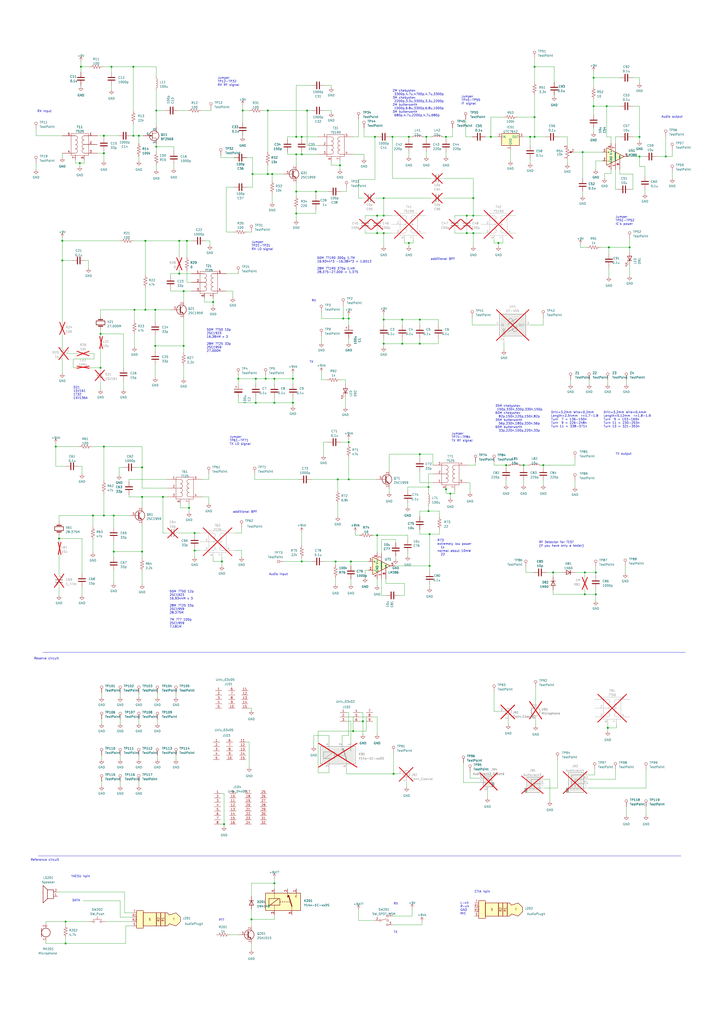
<source format=kicad_sch>
(kicad_sch (version 20230121) (generator eeschema)
  (paper "A2" portrait)
  (title_block (title "AM TRX breadboard") (date "2024-07-29") (company "JK1MLY"))
  (junction (at 159.385 219.71))
  (junction (at 353.695 143.51))
  (junction (at 259.08 283.845))
  (junction (at 158.115 100.965))
  (junction (at 84.455 179.705))
  (junction (at 285.115 79.375))
  (junction (at 159.385 233.68))
  (junction (at 194.945 325.755))
  (junction (at 172.085 123.825))
  (junction (at 90.17 200.66))
  (junction (at 34.29 312.42))
  (junction (at 203.835 325.755))
  (junction (at 66.04 320.04))
  (junction (at 222.885 114.935))
  (junction (at 274.955 125.095))
  (junction (at 109.855 294.64))
  (junction (at 155.575 100.965))
  (junction (at 228.6 448.945))
  (junction (at 77.47 38.735))
  (junction (at 222.885 185.42))
  (junction (at 146.685 100.965))
  (junction (at 138.43 219.71))
  (junction (at 217.805 79.375))
  (junction (at 178.435 64.135))
  (junction (at 58.42 213.36))
  (junction (at 353.06 422.275))
  (junction (at 219.075 310.515))
  (junction (at 248.92 282.575))
  (junction (at 210.82 418.465))
  (junction (at 338.455 88.265))
  (junction (at 222.885 125.095))
  (junction (at 352.425 61.595))
  (junction (at 80.645 78.74))
  (junction (at 170.18 219.71))
  (junction (at 219.075 135.255))
  (junction (at 294.005 269.875))
  (junction (at 261.62 286.385))
  (junction (at 140.97 64.135))
  (junction (at 170.18 233.68))
  (junction (at 64.77 38.735))
  (junction (at 237.49 79.375))
  (junction (at 38.1 547.37))
  (junction (at 202.565 256.54))
  (junction (at 60.325 259.08))
  (junction (at 78.105 179.705))
  (junction (at 60.325 88.9))
  (junction (at 130.175 478.155))
  (junction (at 106.68 168.91))
  (junction (at 38.1 534.67))
  (junction (at 371.475 79.375))
  (junction (at 310.515 67.945))
  (junction (at 237.49 140.97))
  (junction (at 113.03 309.245))
  (junction (at 197.485 95.885))
  (junction (at 227.965 79.375))
  (junction (at 148.59 219.71))
  (junction (at 346.075 332.105))
  (junction (at 243.84 185.42))
  (junction (at 243.84 199.39))
  (junction (at 36.195 151.13))
  (junction (at 53.975 299.085))
  (junction (at 289.56 140.97))
  (junction (at 84.455 139.7))
  (junction (at 159.385 512.445))
  (junction (at 108.585 139.7))
  (junction (at 304.165 269.875))
  (junction (at 365.76 143.51))
  (junction (at 155.575 64.135))
  (junction (at 339.725 332.105))
  (junction (at 77.47 78.74))
  (junction (at 310.515 79.375))
  (junction (at 104.14 139.7))
  (junction (at 344.805 61.595))
  (junction (at 175.26 89.535))
  (junction (at 82.55 271.145))
  (junction (at 243.84 263.525))
  (junction (at 94.615 288.29))
  (junction (at 315.595 269.875))
  (junction (at 82.55 320.04))
  (junction (at 249.555 328.295))
  (junction (at 199.39 184.785))
  (junction (at 321.31 332.105))
  (junction (at 128.905 325.755))
  (junction (at 90.805 85.09))
  (junction (at 146.05 533.4))
  (junction (at 106.68 200.66))
  (junction (at 219.075 125.095))
  (junction (at 172.085 111.125))
  (junction (at 90.805 64.135))
  (junction (at 339.725 344.805))
  (junction (at 104.14 158.75))
  (junction (at 271.145 125.095))
  (junction (at 386.715 90.805))
  (junction (at 183.515 111.125))
  (junction (at 32.385 259.08))
  (junction (at 247.65 79.375))
  (junction (at 148.59 233.68))
  (junction (at 371.475 90.805))
  (junction (at 60.325 78.74))
  (junction (at 123.825 175.26))
  (junction (at 233.68 185.42))
  (junction (at 307.975 79.375))
  (junction (at 175.26 325.755))
  (junction (at 113.03 319.405))
  (junction (at 249.555 309.88))
  (junction (at 274.955 135.255))
  (junction (at 196.215 278.13))
  (junction (at 66.04 299.085))
  (junction (at 154.305 219.71))
  (junction (at 233.68 199.39))
  (junction (at 222.885 199.39))
  (junction (at 202.565 278.13))
  (junction (at 90.17 179.705))
  (junction (at 310.515 38.735))
  (junction (at 271.145 135.255))
  (junction (at 172.085 89.535))
  (junction (at 202.565 184.785))
  (junction (at 175.26 79.375))
  (junction (at 60.325 299.085))
  (junction (at 259.08 79.375))
  (junction (at 46.99 38.735))
  (junction (at 346.075 344.805))
  (junction (at 58.42 193.675))
  (junction (at 344.805 45.085))
  (junction (at 36.195 139.7))
  (junction (at 46.355 94.615))
  (junction (at 274.955 114.935))
  (junction (at 222.885 135.255))
  (junction (at 82.55 288.29))
  (junction (at 248.92 296.545))
  (junction (at 172.085 79.375))
  (junction (at 205.105 424.18))
  (wire (pts (xy 249.555 309.88) (xy 249.555 328.295)))
  (wire (pts (xy 175.26 88.265) (xy 175.26 89.535)))
  (wire (pts (xy 334.01 332.105) (xy 339.725 332.105)))
  (wire (pts (xy 311.15 398.78) (xy 311.15 407.67)))
  (wire (pts (xy 273.05 451.485) (xy 273.05 447.675)))
  (wire (pts (xy 237.49 88.265) (xy 237.49 90.805)))
  (wire (pts (xy 46.99 38.735) (xy 52.07 38.735)))
  (wire (pts (xy 354.965 79.375) (xy 354.965 83.185)))
  (wire (pts (xy 146.05 520.065) (xy 146.05 512.445)))
  (wire (pts (xy 201.295 448.945) (xy 228.6 448.945)))
  (wire (pts (xy 60.325 299.085) (xy 66.04 299.085)))
  (wire (pts (xy 234.95 338.455) (xy 234.95 345.44)))
  (wire (pts (xy 143.51 108.585) (xy 146.685 108.585)))
  (wire (pts (xy 128.27 460.375) (xy 130.175 460.375)))
  (wire (pts (xy 273.05 280.035) (xy 273.05 285.75)))
  (wire (pts (xy 360.045 98.425) (xy 360.045 100.965)))
  (wire (pts (xy 367.665 109.855) (xy 366.395 109.855)))
  (wire (pts (xy 234.95 139.065) (xy 234.95 140.97)))
  (wire (pts (xy 121.285 288.29) (xy 121.285 292.1)))
  (wire (pts (xy 294.005 269.875) (xy 295.275 269.875)))
  (wire (pts (xy 91.44 401.955) (xy 91.44 404.495)))
  (wire (pts (xy 144.78 430.53) (xy 144.78 445.135)))
  (wire (pts (xy 315.595 269.875) (xy 315.595 271.145)))
  (wire (pts (xy 47.625 312.42) (xy 47.625 332.74)))
  (wire (pts (xy 170.18 233.68) (xy 170.18 235.585)))
  (wire (pts (xy 71.755 193.675) (xy 71.755 213.36)))
  (wire (pts (xy 237.49 79.375) (xy 238.76 79.375)))
  (wire (pts (xy 184.785 84.455) (xy 178.435 84.455)))
  (wire (pts (xy 236.855 313.055) (xy 236.855 310.515)))
  (wire (pts (xy 274.955 125.095) (xy 279.4 125.095)))
  (wire (pts (xy 338.455 111.125) (xy 338.455 113.665)))
  (wire (pts (xy 222.885 114.935) (xy 222.885 125.095)))
  (wire (pts (xy 224.155 335.915) (xy 224.155 338.455)))
  (wire (pts (xy 292.735 67.945) (xy 285.115 67.945)))
  (wire (pts (xy 159.385 230.505) (xy 159.385 233.68)))
  (wire (pts (xy 210.82 114.935) (xy 208.28 114.935)))
  (wire (pts (xy 227.965 531.495) (xy 239.395 531.495)))
  (wire (pts (xy 43.815 94.615) (xy 46.355 94.615)))
  (wire (pts (xy 310.515 79.375) (xy 316.865 79.375)))
  (wire (pts (xy 323.85 457.2) (xy 323.85 440.69)))
  (wire (pts (xy 251.46 274.955) (xy 248.92 274.955)))
  (wire (pts (xy 131.445 108.585) (xy 131.445 134.62)))
  (wire (pts (xy 100.965 87.63) (xy 100.965 85.09)))
  (wire (pts (xy 188.595 49.53) (xy 192.405 49.53)))
  (wire (pts (xy 229.87 322.58) (xy 229.87 324.485)))
  (wire (pts (xy 99.06 168.91) (xy 99.06 167.64)))
  (wire (pts (xy 240.03 140.97) (xy 237.49 140.97)))
  (wire (pts (xy 46.99 35.56) (xy 46.99 38.735)))
  (wire (pts (xy 113.03 309.245) (xy 113.03 310.515)))
  (wire (pts (xy 180.975 49.53) (xy 172.085 49.53)))
  (wire (pts (xy 188.595 325.755) (xy 194.945 325.755)))
  (wire (pts (xy 222.885 125.095) (xy 227.33 125.095)))
  (wire (pts (xy 47.625 270.51) (xy 47.625 274.955)))
  (wire (pts (xy 175.26 325.755) (xy 180.975 325.755)))
  (wire (pts (xy 210.82 413.385) (xy 210.82 418.465)))
  (wire (pts (xy 217.805 534.035) (xy 208.28 534.035)))
  (wire (pts (xy 128.27 91.44) (xy 128.27 90.17)))
  (wire (pts (xy 69.215 271.145) (xy 69.215 275.59)))
  (wire (pts (xy 269.24 454.025) (xy 269.24 442.595)))
  (wire (pts (xy 201.295 413.385) (xy 202.565 413.385)))
  (wire (pts (xy 222.885 199.39) (xy 222.885 201.295)))
  (wire (pts (xy 371.475 90.805) (xy 374.015 90.805)))
  (wire (pts (xy 264.16 135.255) (xy 271.145 135.255)))
  (wire (pts (xy 292.1 139.065) (xy 292.1 140.97)))
  (wire (pts (xy 155.575 100.965) (xy 158.115 100.965)))
  (wire (pts (xy 307.975 79.375) (xy 310.515 79.375)))
  (wire (pts (xy 294.005 269.875) (xy 294.005 271.145)))
  (wire (pts (xy 240.03 139.065) (xy 240.03 140.97)))
  (wire (pts (xy 203.835 325.755) (xy 194.945 325.755)))
  (wire (pts (xy 42.545 213.36) (xy 42.545 208.28)))
  (wire (pts (xy 34.29 312.42) (xy 34.29 314.325)))
  (wire (pts (xy 248.92 296.545) (xy 255.27 296.545)))
  (wire (pts (xy 216.535 415.925) (xy 219.075 415.925)))
  (wire (pts (xy 247.65 79.375) (xy 247.65 80.645)))
  (wire (pts (xy 131.445 134.62) (xy 135.89 134.62)))
  (wire (pts (xy 91.44 417.195) (xy 91.44 419.735)))
  (wire (pts (xy 314.325 269.875) (xy 315.595 269.875)))
  (wire (pts (xy 264.16 125.095) (xy 271.145 125.095)))
  (wire (pts (xy 180.975 278.13) (xy 196.215 278.13)))
  (wire (pts (xy 192.405 95.885) (xy 197.485 95.885)))
  (wire (pts (xy 239.395 531.495) (xy 239.395 527.05)))
  (wire (pts (xy 281.94 79.375) (xy 285.115 79.375)))
  (wire (pts (xy 226.06 263.525) (xy 226.06 273.05)))
  (wire (pts (xy 339.725 342.265) (xy 339.725 344.805)))
  (wire (pts (xy 80.645 401.955) (xy 80.645 404.495)))
  (wire (pts (xy 47.625 340.36) (xy 47.625 345.44)))
  (wire (pts (xy 90.805 85.09) (xy 90.805 88.265)))
  (wire (pts (xy 100.965 95.25) (xy 100.965 97.79)))
  (wire (pts (xy 146.685 100.965) (xy 155.575 100.965)))
  (wire (pts (xy 360.045 45.085) (xy 344.805 45.085)))
  (wire (pts (xy 274.955 114.935) (xy 274.955 125.095)))
  (wire (pts (xy 216.535 310.515) (xy 219.075 310.515)))
  (wire (pts (xy 196.215 278.13) (xy 196.215 284.48)))
  (wire (pts (xy 82.55 288.29) (xy 74.93 288.29)))
  (wire (pts (xy 58.42 221.615) (xy 58.42 226.06)))
  (wire (pts (xy 304.165 269.875) (xy 304.165 271.145)))
  (wire (pts (xy 353.06 220.345) (xy 353.06 222.885)))
  (wire (pts (xy 221.615 335.915) (xy 221.615 345.44)))
  (wire (pts (xy 48.26 522.605) (xy 69.85 522.605)))
  (wire (pts (xy 102.235 438.15) (xy 102.235 440.69)))
  (wire (pts (xy 56.515 78.74) (xy 60.325 78.74)))
  (wire (pts (xy 53.34 259.08) (xy 60.325 259.08)))
  (wire (pts (xy 315.595 188.595) (xy 307.975 188.595)))
  (wire (pts (xy 80.645 453.39) (xy 80.645 455.93)))
  (wire (pts (xy 74.93 278.13) (xy 97.155 278.13)))
  (wire (pts (xy 197.485 220.345) (xy 200.66 220.345)))
  (wire (pts (xy 36.195 88.9) (xy 36.195 91.44)))
  (wire (pts (xy 365.125 90.805) (xy 371.475 90.805)))
  (wire (pts (xy 73.025 537.21) (xy 73.025 547.37)))
  (wire (pts (xy 278.13 454.025) (xy 269.24 454.025)))
  (wire (pts (xy 128.27 91.44) (xy 135.89 91.44)))
  (wire (pts (xy 264.16 135.255) (xy 264.16 133.985)))
  (wire (pts (xy 357.505 109.855) (xy 358.775 109.855)))
  (wire (pts (xy 341.63 449.58) (xy 345.44 449.58)))
  (wire (pts (xy 338.455 88.265) (xy 349.885 88.265)))
  (wire (pts (xy 316.23 457.2) (xy 323.85 457.2)))
  (wire (pts (xy 36.195 137.795) (xy 36.195 139.7)))
  (wire (pts (xy 51.435 151.13) (xy 51.435 155.575)))
  (wire (pts (xy 142.875 430.53) (xy 144.78 430.53)))
  (wire (pts (xy 66.04 313.69) (xy 66.04 320.04)))
  (wire (pts (xy 217.805 79.375) (xy 217.805 104.14)))
  (wire (pts (xy 90.805 64.135) (xy 90.805 73.66)))
  (wire (pts (xy 69.85 532.13) (xy 69.85 522.605)))
  (wire (pts (xy 172.085 123.825) (xy 183.515 123.825)))
  (wire (pts (xy 248.92 274.955) (xy 248.92 282.575)))
  (wire (pts (xy 146.05 533.4) (xy 146.05 537.21)))
  (wire (pts (xy 344.805 41.275) (xy 344.805 45.085)))
  (wire (pts (xy 76.2 78.74) (xy 77.47 78.74)))
  (wire (pts (xy 339.725 332.105) (xy 339.725 334.645)))
  (wire (pts (xy 42.545 208.28) (xy 54.61 208.28)))
  (wire (pts (xy 90.17 200.66) (xy 106.68 200.66)))
  (wire (pts (xy 210.82 418.465) (xy 210.82 426.085)))
  (wire (pts (xy 243.84 263.525) (xy 251.46 263.525)))
  (wire (pts (xy 203.835 328.295) (xy 203.835 325.755)))
  (wire (pts (xy 271.78 280.035) (xy 273.05 280.035)))
  (wire (pts (xy 371.475 79.375) (xy 371.475 81.915)))
  (wire (pts (xy 69.85 438.15) (xy 69.85 440.69)))
  (wire (pts (xy 191.135 430.53) (xy 191.135 426.72)))
  (wire (pts (xy 227.965 79.375) (xy 227.965 103.505)))
  (wire (pts (xy 123.825 175.26) (xy 123.825 177.8)))
  (wire (pts (xy 365.76 143.51) (xy 365.76 146.05)))
  (wire (pts (xy 46.99 49.53) (xy 46.99 50.165)))
  (wire (pts (xy 64.77 49.53) (xy 64.77 52.07)))
  (wire (pts (xy 198.755 430.53) (xy 198.755 426.72)))
  (wire (pts (xy 90.805 85.09) (xy 100.965 85.09)))
  (wire (pts (xy 128.905 325.755) (xy 128.905 328.295)))
  (wire (pts (xy 353.06 422.275) (xy 353.06 424.18)))
  (wire (pts (xy 222.885 196.215) (xy 222.885 199.39)))
  (wire (pts (xy 106.68 168.91) (xy 99.06 168.91)))
  (wire (pts (xy 307.975 92.075) (xy 307.975 94.615)))
  (wire (pts (xy 80.645 78.74) (xy 80.645 83.185)))
  (wire (pts (xy 271.145 133.985) (xy 271.145 135.255)))
  (wire (pts (xy 367.665 45.085) (xy 371.475 45.085)))
  (wire (pts (xy 34.29 312.42) (xy 47.625 312.42)))
  (wire (pts (xy 82.55 259.08) (xy 82.55 271.145)))
  (wire (pts (xy 159.385 219.71) (xy 170.18 219.71)))
  (wire (pts (xy 307.975 79.375) (xy 307.975 84.455)))
  (wire (pts (xy 38.1 534.67) (xy 51.435 534.67)))
  (wire (pts (xy 247.65 88.265) (xy 247.65 90.805)))
  (wire (pts (xy 96.52 309.245) (xy 94.615 309.245)))
  (wire (pts (xy 197.485 95.885) (xy 197.485 98.425)))
  (wire (pts (xy 199.39 184.785) (xy 202.565 184.785)))
  (wire (pts (xy 69.85 417.195) (xy 69.85 419.735)))
  (wire (pts (xy 222.885 135.255) (xy 219.075 135.255)))
  (wire (pts (xy 211.455 79.375) (xy 217.805 79.375)))
  (wire (pts (xy 170.18 219.71) (xy 170.18 222.885)))
  (wire (pts (xy 243.84 309.88) (xy 249.555 309.88)))
  (wire (pts (xy 243.84 296.545) (xy 248.92 296.545)))
  (wire (pts (xy 58.42 213.36) (xy 58.42 213.995)))
  (wire (pts (xy 344.805 57.785) (xy 344.805 61.595)))
  (wire (pts (xy 186.69 180.975) (xy 186.69 184.785)))
  (wire (pts (xy 321.31 332.105) (xy 321.31 334.645)))
  (wire (pts (xy 144.145 410.845) (xy 146.05 410.845)))
  (wire (pts (xy 138.43 230.505) (xy 138.43 233.68)))
  (wire (pts (xy 338.455 88.265) (xy 338.455 103.505)))
  (wire (pts (xy 49.53 151.13) (xy 51.435 151.13)))
  (wire (pts (xy 358.14 419.735) (xy 358.14 422.275)))
  (wire (pts (xy 237.49 79.375) (xy 237.49 80.645)))
  (wire (pts (xy 344.805 61.595) (xy 344.805 66.675)))
  (wire (pts (xy 315.595 184.15) (xy 315.595 188.595)))
  (wire (pts (xy 201.295 418.465) (xy 203.835 418.465)))
  (wire (pts (xy 104.14 139.7) (xy 104.14 149.225)))
  (wire (pts (xy 158.115 100.965) (xy 164.465 100.965)))
  (wire (pts (xy 229.235 328.295) (xy 249.555 328.295)))
  (wire (pts (xy 184.785 448.31) (xy 191.135 448.31)))
  (wire (pts (xy 295.275 417.83) (xy 295.275 420.37)))
  (wire (pts (xy 243.84 296.545) (xy 243.84 299.72)))
  (wire (pts (xy 200.66 230.505) (xy 200.66 236.22)))
  (wire (pts (xy 202.565 196.215) (xy 202.565 198.755)))
  (wire (pts (xy 104.775 294.64) (xy 109.855 294.64)))
  (wire (pts (xy 202.565 256.54) (xy 202.565 257.81)))
  (wire (pts (xy 319.405 452.12) (xy 319.405 464.82)))
  (wire (pts (xy 233.68 199.39) (xy 243.84 199.39)))
  (wire (pts (xy 292.735 198.755) (xy 292.735 203.2)))
  (wire (pts (xy 294.005 278.765) (xy 294.005 281.305)))
  (wire (pts (xy 95.885 64.135) (xy 90.805 64.135)))
  (wire (pts (xy 221.615 313.055) (xy 221.615 320.675)))
  (wire (pts (xy 60.325 87.63) (xy 60.325 88.9)))
  (wire (pts (xy 304.165 278.765) (xy 304.165 281.305)))
  (wire (pts (xy 274.955 135.255) (xy 271.145 135.255)))
  (wire (pts (xy 354.965 98.425) (xy 354.965 100.711)))
  (wire (pts (xy 243.84 199.39) (xy 254.635 199.39)))
  (wire (pts (xy 159.385 533.4) (xy 146.05 533.4)))
  (wire (pts (xy 341.63 457.2) (xy 375.285 457.2)))
  (wire (pts (xy 310.515 38.735) (xy 310.515 47.625)))
  (wire (pts (xy 257.81 103.505) (xy 274.955 103.505)))
  (wire (pts (xy 317.5 332.105) (xy 321.31 332.105)))
  (wire (pts (xy 390.525 99.695) (xy 390.525 103.505)))
  (wire (pts (xy 310.515 38.735) (xy 321.945 38.735)))
  (wire (pts (xy 53.975 299.085) (xy 53.975 305.435)))
  (wire (pts (xy 390.525 86.995) (xy 390.525 90.805)))
  (wire (pts (xy 237.49 140.97) (xy 234.95 140.97)))
  (wire (pts (xy 184.785 424.18) (xy 184.785 448.31)))
  (wire (pts (xy 365.76 138.43) (xy 365.76 143.51)))
  (wire (pts (xy 136.525 319.405) (xy 140.335 319.405)))
  (wire (pts (xy 276.225 267.97) (xy 276.225 269.875)))
  (wire (pts (xy 61.595 534.67) (xy 76.835 534.67)))
  (wire (pts (xy 147.955 278.13) (xy 173.355 278.13)))
  (wire (pts (xy 90.17 200.66) (xy 90.17 203.835)))
  (wire (pts (xy 82.55 320.04) (xy 82.55 323.85)))
  (wire (pts (xy 352.425 61.595) (xy 352.425 79.375)))
  (wire (pts (xy 270.51 79.375) (xy 274.32 79.375)))
  (wire (pts (xy 357.505 98.425) (xy 357.505 109.855)))
  (wire (pts (xy 140.97 64.135) (xy 140.97 71.12)))
  (wire (pts (xy 371.475 96.52) (xy 371.475 90.805)))
  (wire (pts (xy 363.855 467.995) (xy 363.855 473.075)))
  (wire (pts (xy 310.515 33.655) (xy 310.515 38.735)))
  (wire (pts (xy 233.68 188.595) (xy 233.68 185.42)))
  (wire (pts (xy 130.175 478.155) (xy 130.175 479.425)))
  (wire (pts (xy 234.95 345.44) (xy 231.775 345.44)))
  (wire (pts (xy 353.695 143.51) (xy 353.695 147.32)))
  (wire (pts (xy 192.405 64.135) (xy 192.405 65.405)))
  (wire (pts (xy 175.26 323.85) (xy 175.26 325.755)))
  (wire (pts (xy 274.955 135.255) (xy 279.4 135.255)))
  (wire (pts (xy 287.02 269.875) (xy 294.005 269.875)))
  (wire (pts (xy 152.4 64.135) (xy 155.575 64.135)))
  (wire (pts (xy 219.075 133.985) (xy 219.075 135.255)))
  (wire (pts (xy 305.435 328.93) (xy 305.435 332.105)))
  (wire (pts (xy 205.105 415.925) (xy 205.105 424.18)))
  (wire (pts (xy 289.56 140.97) (xy 287.02 140.97)))
  (wire (pts (xy 221.615 345.44) (xy 224.155 345.44)))
  (wire (pts (xy 222.885 114.935) (xy 250.19 114.935)))
  (wire (pts (xy 243.84 185.42) (xy 243.84 188.595)))
  (wire (pts (xy 82.55 283.21) (xy 82.55 271.145)))
  (wire (pts (xy 363.22 328.295) (xy 363.22 332.74)))
  (wire (pts (xy 236.22 454.025) (xy 236.22 456.565)))
  (wire (pts (xy 123.825 325.755) (xy 128.905 325.755)))
  (wire (pts (xy 36.195 78.74) (xy 20.955 78.74)))
  (wire (pts (xy 205.105 79.375) (xy 208.28 79.375)))
  (wire (pts (xy 208.915 418.465) (xy 210.82 418.465)))
  (wire (pts (xy 315.595 278.765) (xy 315.595 281.305)))
  (wire (pts (xy 34.29 321.945) (xy 34.29 333.375)))
  (wire (pts (xy 196.215 278.13) (xy 202.565 278.13)))
  (wire (pts (xy 32.385 270.51) (xy 32.385 259.08)))
  (wire (pts (xy 144.78 64.135) (xy 140.97 64.135)))
  (wire (pts (xy 212.725 424.18) (xy 205.105 424.18)))
  (wire (pts (xy 143.51 91.44) (xy 146.685 91.44)))
  (wire (pts (xy 278.13 451.485) (xy 273.05 451.485)))
  (wire (pts (xy 106.68 168.91) (xy 106.68 174.625)))
  (wire (pts (xy 108.585 149.225) (xy 108.585 139.7)))
  (wire (pts (xy 346.075 341.63) (xy 346.075 344.805)))
  (wire (pts (xy 172.085 49.53) (xy 172.085 79.375)))
  (wire (pts (xy 367.665 79.375) (xy 371.475 79.375)))
  (wire (pts (xy 236.855 282.575) (xy 248.92 282.575)))
  (wire (pts (xy 99.06 158.75) (xy 104.14 158.75)))
  (wire (pts (xy 264.16 286.385) (xy 264.16 283.845)))
  (wire (pts (xy 247.65 79.375) (xy 250.19 79.375)))
  (wire (pts (xy 285.115 67.945) (xy 285.115 79.375)))
  (wire (pts (xy 123.825 323.215) (xy 123.825 325.755)))
  (wire (pts (xy 259.08 283.845) (xy 259.08 286.385)))
  (wire (pts (xy 201.295 415.925) (xy 205.105 415.925)))
  (wire (pts (xy 183.515 111.125) (xy 172.085 111.125)))
  (wire (pts (xy 148.59 219.71) (xy 148.59 222.885)))
  (wire (pts (xy 172.085 123.825) (xy 172.085 127.635)))
  (wire (pts (xy 371.475 45.085) (xy 371.475 48.26)))
  (wire (pts (xy 77.47 71.755) (xy 77.47 78.74)))
  (wire (pts (xy 58.42 193.675) (xy 71.755 193.675)))
  (wire (pts (xy 147.955 274.955) (xy 147.955 278.13)))
  (wire (pts (xy 270.51 69.215) (xy 270.51 79.375)))
  (wire (pts (xy 36.195 151.13) (xy 41.91 151.13)))
  (wire (pts (xy 36.195 139.7) (xy 69.85 139.7)))
  (wire (pts (xy 189.865 220.345) (xy 186.69 220.345)))
  (wire (pts (xy 331.47 220.345) (xy 331.47 222.885)))
  (wire (pts (xy 53.975 313.055) (xy 53.975 320.675)))
  (wire (pts (xy 32.385 259.08) (xy 45.72 259.08)))
  (wire (pts (xy 337.185 141.605) (xy 337.185 143.51)))
  (wire (pts (xy 222.885 185.42) (xy 222.885 188.595)))
  (wire (pts (xy 130.175 460.375) (xy 130.175 478.155)))
  (wire (pts (xy 58.42 193.675) (xy 58.42 194.945)))
  (wire (pts (xy 342.265 220.345) (xy 342.265 222.885)))
  (wire (pts (xy 34.29 340.995) (xy 34.29 345.44)))
  (wire (pts (xy 172.085 106.045) (xy 172.085 111.125)))
  (wire (pts (xy 128.905 323.215) (xy 128.905 325.755)))
  (wire (pts (xy 69.85 453.39) (xy 69.85 455.93)))
  (wire (pts (xy 104.14 158.75) (xy 111.125 158.75)))
  (wire (pts (xy 172.085 121.285) (xy 172.085 123.825)))
  (wire (pts (xy 133.35 542.29) (xy 138.43 542.29)))
  (wire (pts (xy 60.325 78.74) (xy 68.58 78.74)))
  (wire (pts (xy 358.14 422.275) (xy 353.06 422.275)))
  (wire (pts (xy 148.59 230.505) (xy 148.59 233.68)))
  (wire (pts (xy 113.03 309.245) (xy 116.205 309.245)))
  (wire (pts (xy 271.145 125.095) (xy 274.955 125.095)))
  (wire (pts (xy 219.075 335.915) (xy 219.075 339.725)))
  (wire (pts (xy 69.85 401.955) (xy 69.85 404.495)))
  (wire (pts (xy 208.915 413.385) (xy 210.82 413.385)))
  (wire (pts (xy 59.055 417.195) (xy 59.055 419.735)))
  (wire (pts (xy 192.405 93.345) (xy 192.405 95.885)))
  (wire (pts (xy 140.335 319.405) (xy 140.335 323.215)))
  (wire (pts (xy 131.445 158.75) (xy 138.43 158.75)))
  (wire (pts (xy 208.28 104.14) (xy 217.805 104.14)))
  (wire (pts (xy 80.645 438.15) (xy 80.645 440.69)))
  (wire (pts (xy 77.47 38.735) (xy 90.805 38.735)))
  (wire (pts (xy 212.09 135.255) (xy 212.09 133.985)))
  (wire (pts (xy 58.42 191.135) (xy 58.42 193.675)))
  (wire (pts (xy 257.81 79.375) (xy 259.08 79.375)))
  (wire (pts (xy 226.695 79.375) (xy 227.965 79.375)))
  (wire (pts (xy 194.945 325.755) (xy 194.945 327.66)))
  (wire (pts (xy 60.325 78.74) (xy 60.325 80.01)))
  (wire (pts (xy 32.385 257.175) (xy 32.385 259.08)))
  (wire (pts (xy 58.42 202.565) (xy 58.42 213.36)))
  (wire (pts (xy 344.805 61.595) (xy 352.425 61.595)))
  (wire (pts (xy 208.28 534.035) (xy 208.28 527.685)))
  (wire (pts (xy 271.78 269.875) (xy 276.225 269.875)))
  (wire (pts (xy 103.505 64.135) (xy 109.22 64.135)))
  (wire (pts (xy 202.565 265.43) (xy 202.565 278.13)))
  (wire (pts (xy 118.745 172.72) (xy 118.745 175.26)))
  (wire (pts (xy 255.27 296.545) (xy 255.27 299.72)))
  (wire (pts (xy 251.46 269.875) (xy 251.46 263.525)))
  (wire (pts (xy 344.805 74.295) (xy 344.805 76.835)))
  (wire (pts (xy 246.38 79.375) (xy 247.65 79.375)))
  (wire (pts (xy 212.09 330.835) (xy 212.09 335.28)))
  (wire (pts (xy 292.1 140.97) (xy 289.56 140.97)))
  (wire (pts (xy 172.085 89.535) (xy 167.005 89.535)))
  (wire (pts (xy 287.02 139.065) (xy 287.02 140.97)))
  (wire (pts (xy 66.04 320.04) (xy 66.04 323.215)))
  (wire (pts (xy 46.355 94.615) (xy 46.355 96.52)))
  (wire (pts (xy 237.49 140.97) (xy 237.49 142.875)))
  (wire (pts (xy 219.075 310.515) (xy 236.855 310.515)))
  (wire (pts (xy 243.84 280.035) (xy 251.46 280.035)))
  (wire (pts (xy 187.96 256.54) (xy 187.96 264.16)))
  (wire (pts (xy 113.03 319.405) (xy 113.03 323.215)))
  (wire (pts (xy 109.855 292.1) (xy 109.855 294.64)))
  (wire (pts (xy 121.92 139.7) (xy 119.38 139.7)))
  (wire (pts (xy 60.325 259.08) (xy 82.55 259.08)))
  (wire (pts (xy 222.885 185.42) (xy 233.68 185.42)))
  (wire (pts (xy 283.21 459.105) (xy 283.21 462.915)))
  (wire (pts (xy 26.67 534.67) (xy 26.67 535.94)))
  (wire (pts (xy 59.055 438.15) (xy 59.055 440.69)))
  (wire (pts (xy 315.595 269.875) (xy 334.01 269.875)))
  (wire (pts (xy 76.835 537.21) (xy 73.025 537.21)))
  (wire (pts (xy 203.835 325.755) (xy 213.995 325.755)))
  (wire (pts (xy 36.195 194.31) (xy 36.195 201.295)))
  (wire (pts (xy 111.125 168.91) (xy 106.68 168.91)))
  (wire (pts (xy 287.02 267.97) (xy 287.02 269.875)))
  (wire (pts (xy 122.555 64.135) (xy 116.84 64.135)))
  (wire (pts (xy 346.075 93.345) (xy 349.885 93.345)))
  (wire (pts (xy 90.17 186.69) (xy 90.17 179.705)))
  (wire (pts (xy 32.385 270.51) (xy 38.1 270.51)))
  (wire (pts (xy 243.84 263.525) (xy 243.84 266.065)))
  (wire (pts (xy 211.455 74.295) (xy 211.455 79.375)))
  (wire (pts (xy 201.295 445.77) (xy 201.295 448.945)))
  (wire (pts (xy 227.965 103.505) (xy 250.19 103.505)))
  (wire (pts (xy 53.975 299.085) (xy 34.29 299.085)))
  (wire (pts (xy 172.085 79.375) (xy 175.26 79.375)))
  (wire (pts (xy 212.725 415.925) (xy 212.725 424.18)))
  (wire (pts (xy 94.615 288.29) (xy 82.55 288.29)))
  (wire (pts (xy 54.61 208.28) (xy 54.61 205.105)))
  (wire (pts (xy 64.77 38.735) (xy 77.47 38.735)))
  (wire (pts (xy 259.08 286.385) (xy 261.62 286.385)))
  (wire (pts (xy 77.47 38.735) (xy 77.47 64.135)))
  (wire (pts (xy 106.68 200.66) (xy 106.68 204.47)))
  (wire (pts (xy 182.245 426.72) (xy 182.245 433.07)))
  (wire (pts (xy 108.585 139.7) (xy 111.76 139.7)))
  (wire (pts (xy 82.55 304.165) (xy 82.55 320.04)))
  (wire (pts (xy 305.435 332.105) (xy 309.88 332.105)))
  (wire (pts (xy 274.955 103.505) (xy 274.955 114.935)))
  (wire (pts (xy 175.26 89.535) (xy 172.085 89.535)))
  (wire (pts (xy 304.165 269.875) (xy 306.705 269.875)))
  (wire (pts (xy 274.32 184.15) (xy 274.32 188.595)))
  (wire (pts (xy 208.28 69.215) (xy 208.28 79.375)))
  (wire (pts (xy 167.005 88.265) (xy 167.005 89.535)))
  (wire (pts (xy 178.435 64.135) (xy 180.975 64.135)))
  (wire (pts (xy 154.305 219.71) (xy 159.385 219.71)))
  (wire (pts (xy 259.08 282.575) (xy 259.08 283.845)))
  (wire (pts (xy 36.195 186.69) (xy 36.195 151.13)))
  (wire (pts (xy 259.08 79.375) (xy 259.08 80.645)))
  (wire (pts (xy 71.755 220.98) (xy 71.755 226.06)))
  (wire (pts (xy 233.68 185.42) (xy 243.84 185.42)))
  (wire (pts (xy 324.485 79.375) (xy 329.565 79.375)))
  (wire (pts (xy 90.805 95.885) (xy 90.805 98.425)))
  (wire (pts (xy 34.29 299.085) (xy 34.29 302.895)))
  (wire (pts (xy 74.93 278.13) (xy 74.93 279.4)))
  (wire (pts (xy 367.665 100.965) (xy 367.665 109.855)))
  (wire (pts (xy 69.215 271.145) (xy 71.755 271.145)))
  (wire (pts (xy 170.18 230.505) (xy 170.18 233.68)))
  (wire (pts (xy 374.65 96.52) (xy 371.475 96.52)))
  (wire (pts (xy 249.555 339.09) (xy 249.555 340.995)))
  (wire (pts (xy 371.475 61.595) (xy 371.475 79.375)))
  (wire (pts (xy 341.63 452.12) (xy 357.505 452.12)))
  (wire (pts (xy 222.885 182.245) (xy 222.885 185.42)))
  (wire (pts (xy 52.07 205.105) (xy 54.61 205.105)))
  (wire (pts (xy 140.335 309.245) (xy 136.525 309.245)))
  (wire (pts (xy 159.385 509.27) (xy 159.385 512.445)))
  (wire (pts (xy 48.895 92.71) (xy 48.895 94.615)))
  (wire (pts (xy 229.87 313.055) (xy 221.615 313.055)))
  (wire (pts (xy 77.47 78.74) (xy 80.645 78.74)))
  (wire (pts (xy 38.1 547.37) (xy 73.025 547.37)))
  (wire (pts (xy 255.27 309.88) (xy 255.27 307.34)))
  (wire (pts (xy 386.715 90.805) (xy 381.635 90.805)))
  (wire (pts (xy 60.325 286.385) (xy 60.325 299.085)))
  (wire (pts (xy 245.11 534.67) (xy 245.11 536.575)))
  (wire (pts (xy 218.44 114.935) (xy 222.885 114.935)))
  (wire (pts (xy 106.68 184.785) (xy 106.68 200.66)))
  (wire (pts (xy 97.155 283.21) (xy 82.55 283.21)))
  (wire (pts (xy 146.05 547.37) (xy 146.05 551.18)))
  (wire (pts (xy 321.945 38.735) (xy 321.945 47.625)))
  (wire (pts (xy 38.1 534.67) (xy 38.1 536.575)))
  (wire (pts (xy 159.385 533.4) (xy 159.385 530.86)))
  (wire (pts (xy 202.565 426.72) (xy 202.565 413.385)))
  (wire (pts (xy 46.99 38.735) (xy 46.99 41.91)))
  (wire (pts (xy 227.965 536.575) (xy 245.11 536.575)))
  (wire (pts (xy 374.65 102.235) (xy 374.65 96.52)))
  (wire (pts (xy 184.785 89.535) (xy 175.26 89.535)))
  (wire (pts (xy 78.105 179.705) (xy 78.105 186.055)))
  (wire (pts (xy 38.1 534.67) (xy 26.67 534.67)))
  (wire (pts (xy 82.55 288.29) (xy 82.55 294.005)))
  (wire (pts (xy 213.995 330.835) (xy 212.09 330.835)))
  (wire (pts (xy 271.145 125.095) (xy 271.145 126.365)))
  (wire (pts (xy 186.69 184.785) (xy 199.39 184.785)))
  (wire (pts (xy 155.575 64.135) (xy 155.575 88.265)))
  (wire (pts (xy 222.885 135.255) (xy 222.885 142.875)))
  (wire (pts (xy 165.1 325.755) (xy 175.26 325.755)))
  (wire (pts (xy 248.92 293.37) (xy 248.92 296.545)))
  (wire (pts (xy 205.105 89.535) (xy 211.455 89.535)))
  (wire (pts (xy 60.325 259.08) (xy 60.325 278.765)))
  (wire (pts (xy 203.835 418.465) (xy 203.835 430.53)))
  (wire (pts (xy 334.01 266.065) (xy 334.01 269.875)))
  (wire (pts (xy 90.17 179.705) (xy 99.06 179.705)))
  (wire (pts (xy 346.075 332.105) (xy 346.075 334.01)))
  (wire (pts (xy 375.285 467.995) (xy 375.285 473.075)))
  (wire (pts (xy 121.285 274.955) (xy 121.285 278.13)))
  (wire (pts (xy 140.97 78.74) (xy 140.97 79.375)))
  (wire (pts (xy 254.635 196.215) (xy 254.635 199.39)))
  (wire (pts (xy 138.43 219.71) (xy 148.59 219.71)))
  (wire (pts (xy 205.105 424.18) (xy 184.785 424.18)))
  (wire (pts (xy 236.855 320.675) (xy 236.855 322.58)))
  (wire (pts (xy 178.435 84.455) (xy 178.435 64.135)))
  (wire (pts (xy 259.08 88.265) (xy 259.08 90.805)))
  (wire (pts (xy 212.09 125.095) (xy 219.075 125.095)))
  (wire (pts (xy 108.585 156.845) (xy 108.585 163.83)))
  (wire (pts (xy 128.27 478.155) (xy 130.175 478.155)))
  (wire (pts (xy 79.375 271.145) (xy 82.55 271.145)))
  (polyline (pts (xy 24.765 378.46) (xy 398.145 378.46)))
  (wire (pts (xy 191.135 448.31) (xy 191.135 445.77)))
  (wire (pts (xy 90.805 52.07) (xy 90.805 64.135)))
  (wire (pts (xy 94.615 309.245) (xy 94.615 288.29)))
  (wire (pts (xy 231.14 448.945) (xy 228.6 448.945)))
  (wire (pts (xy 259.08 79.375) (xy 262.89 79.375)))
  (wire (pts (xy 102.235 401.955) (xy 102.235 404.495)))
  (wire (pts (xy 304.165 79.375) (xy 307.975 79.375)))
  (wire (pts (xy 158.115 100.965) (xy 158.115 104.775)))
  (wire (pts (xy 203.835 335.915) (xy 203.835 339.09)))
  (wire (pts (xy 143.51 134.62) (xy 146.05 134.62)))
  (wire (pts (xy 60.325 88.9) (xy 60.325 93.345)))
  (wire (pts (xy 274.955 135.255) (xy 274.955 142.875)))
  (wire (pts (xy 140.97 64.135) (xy 140.97 60.96)))
  (wire (pts (xy 90.805 38.735) (xy 90.805 44.45)))
  (wire (pts (xy 226.06 263.525) (xy 243.84 263.525)))
  (wire (pts (xy 249.555 328.295) (xy 249.555 331.47)))
  (wire (pts (xy 321.945 55.245) (xy 321.945 55.88)))
  (wire (pts (xy 365.76 153.67) (xy 365.76 160.02)))
  (wire (pts (xy 229.87 314.96) (xy 229.87 313.055)))
  (wire (pts (xy 202.565 184.785) (xy 202.565 188.595)))
  (wire (pts (xy 200.66 220.345) (xy 200.66 222.885)))
  (wire (pts (xy 340.995 143.51) (xy 337.185 143.51)))
  (wire (pts (xy 77.47 139.7) (xy 84.455 139.7)))
  (wire (pts (xy 33.655 517.525) (xy 72.39 517.525)))
  (wire (pts (xy 224.155 338.455) (xy 234.95 338.455)))
  (wire (pts (xy 155.575 64.135) (xy 178.435 64.135)))
  (wire (pts (xy 138.43 217.805) (xy 138.43 219.71)))
  (wire (pts (xy 38.1 544.195) (xy 38.1 547.37)))
  (wire (pts (xy 217.805 79.375) (xy 219.075 79.375)))
  (wire (pts (xy 363.855 220.345) (xy 363.855 222.885)))
  (wire (pts (xy 228.6 436.88) (xy 228.6 448.945)))
  (wire (pts (xy 82.55 331.47) (xy 82.55 339.09)))
  (wire (pts (xy 390.525 90.805) (xy 386.715 90.805)))
  (wire (pts (xy 199.39 177.165) (xy 199.39 184.785)))
  (wire (pts (xy 36.195 208.915) (xy 36.195 216.535)))
  (wire (pts (xy 329.565 92.075) (xy 329.565 95.123)))
  (wire (pts (xy 351.155 100.711) (xy 351.155 103.505)))
  (wire (pts (xy 211.455 89.535) (xy 211.455 92.075)))
  (wire (pts (xy 290.195 412.75) (xy 287.02 412.75)))
  (wire (pts (xy 26.67 547.37) (xy 38.1 547.37)))
  (wire (pts (xy 167.005 79.375) (xy 167.005 80.645)))
  (wire (pts (xy 76.835 532.13) (xy 69.85 532.13)))
  (wire (pts (xy 219.075 125.095) (xy 219.075 126.365)))
  (wire (pts (xy 91.44 438.15) (xy 91.44 440.69)))
  (wire (pts (xy 333.375 88.265) (xy 338.455 88.265)))
  (wire (pts (xy 353.06 419.735) (xy 353.06 422.275)))
  (wire (pts (xy 123.825 172.72) (xy 123.825 175.26)))
  (wire (pts (xy 206.375 310.515) (xy 208.915 310.515)))
  (wire (pts (xy 175.26 79.375) (xy 175.26 80.645)))
  (wire (pts (xy 236.855 284.48) (xy 236.855 282.575)))
  (wire (pts (xy 352.425 61.595) (xy 360.045 61.595)))
  (wire (pts (xy 226.06 283.21) (xy 226.06 285.75)))
  (wire (pts (xy 321.31 342.265) (xy 321.31 344.805)))
  (wire (pts (xy 104.775 292.1) (xy 104.775 294.64)))
  (wire (pts (xy 84.455 179.705) (xy 78.105 179.705)))
  (wire (pts (xy 146.685 108.585) (xy 146.685 100.965)))
  (wire (pts (xy 138.43 219.71) (xy 138.43 222.885)))
  (wire (pts (xy 117.475 288.29) (xy 121.285 288.29)))
  (wire (pts (xy 257.81 114.935) (xy 274.955 114.935)))
  (wire (pts (xy 184.785 79.375) (xy 175.26 79.375)))
  (wire (pts (xy 311.15 417.83) (xy 311.15 421.005)))
  (wire (pts (xy 243.84 196.215) (xy 243.84 199.39)))
  (wire (pts (xy 329.565 79.375) (xy 329.565 84.455)))
  (wire (pts (xy 146.05 410.845) (xy 146.05 412.115)))
  (wire (pts (xy 59.055 453.39) (xy 59.055 455.93)))
  (wire (pts (xy 146.685 91.44) (xy 146.685 100.965)))
  (wire (pts (xy 187.96 256.54) (xy 190.5 256.54)))
  (wire (pts (xy 58.42 179.705) (xy 58.42 183.515)))
  (wire (pts (xy 233.68 196.215) (xy 233.68 199.39)))
  (wire (pts (xy 334.01 278.765) (xy 334.01 282.575)))
  (wire (pts (xy 219.075 310.515) (xy 219.075 320.675)))
  (wire (pts (xy 375.285 457.2) (xy 375.285 446.405)))
  (wire (pts (xy 78.105 193.675) (xy 78.105 201.295)))
  (wire (pts (xy 59.055 401.955) (xy 59.055 404.495)))
  (wire (pts (xy 111.125 163.83) (xy 108.585 163.83)))
  (wire (pts (xy 346.075 328.93) (xy 346.075 332.105)))
  (wire (pts (xy 261.62 286.385) (xy 261.62 288.925)))
  (wire (pts (xy 183.515 111.125) (xy 190.5 111.125)))
  (wire (pts (xy 196.215 292.1) (xy 196.215 299.72)))
  (wire (pts (xy 321.31 332.105) (xy 326.39 332.105)))
  (wire (pts (xy 186.69 215.9) (xy 186.69 220.345)))
  (wire (pts (xy 208.28 114.935) (xy 208.28 104.14)))
  (wire (pts (xy 60.325 88.9) (xy 56.515 88.9)))
  (wire (pts (xy 159.385 222.885) (xy 159.385 219.71)))
  (wire (pts (xy 346.075 93.345) (xy 346.075 98.425)))
  (wire (pts (xy 154.305 217.805) (xy 154.305 219.71)))
  (wire (pts (xy 97.155 288.29) (xy 94.615 288.29)))
  (wire (pts (xy 45.72 270.51) (xy 47.625 270.51)))
  (wire (pts (xy 138.43 233.68) (xy 148.59 233.68)))
  (wire (pts (xy 192.405 49.53) (xy 192.405 50.8)))
  (wire (pts (xy 109.855 294.64) (xy 109.855 297.18)))
  (wire (pts (xy 80.645 78.74) (xy 83.185 78.74)))
  (wire (pts (xy 146.05 512.445) (xy 159.385 512.445)))
  (wire (pts (xy 357.505 79.375) (xy 357.505 83.185)))
  (wire (pts (xy 175.26 308.61) (xy 175.26 316.23)))
  (wire (pts (xy 183.515 121.285) (xy 183.515 123.825)))
  (wire (pts (xy 80.645 417.195) (xy 80.645 419.735)))
  (wire (pts (xy 191.135 426.72) (xy 182.245 426.72)))
  (wire (pts (xy 84.455 139.7) (xy 84.455 159.385)))
  (wire (pts (xy 84.455 167.005) (xy 84.455 179.705)))
  (wire (pts (xy 122.555 63.5) (xy 122.555 64.135)))
  (wire (pts (xy 354.965 100.711) (xy 351.155 100.711)))
  (wire (pts (xy 344.805 45.085) (xy 344.805 50.165)))
  (wire (pts (xy 346.075 344.805) (xy 346.075 348.615)))
  (wire (pts (xy 34.29 310.515) (xy 34.29 312.42)))
  (wire (pts (xy 353.695 143.51) (xy 365.76 143.51)))
  (wire (pts (xy 202.565 254.635) (xy 202.565 256.54)))
  (wire (pts (xy 52.07 213.36) (xy 58.42 213.36)))
  (wire (pts (xy 201.295 109.22) (xy 201.295 111.125)))
  (wire (pts (xy 99.06 158.75) (xy 99.06 160.02)))
  (wire (pts (xy 76.835 529.59) (xy 72.39 529.59)))
  (wire (pts (xy 131.445 168.91) (xy 135.255 168.91)))
  (wire (pts (xy 236.855 292.1) (xy 236.855 294.005)))
  (wire (pts (xy 26.67 546.1) (xy 26.67 547.37)))
  (wire (pts (xy 66.04 306.07) (xy 66.04 299.085)))
  (wire (pts (xy 219.075 415.925) (xy 219.075 426.085)))
  (wire (pts (xy 64.77 38.735) (xy 64.77 41.91)))
  (wire (pts (xy 158.115 112.395) (xy 158.115 117.475)))
  (wire (pts (xy 212.09 135.255) (xy 219.075 135.255)))
  (wire (pts (xy 90.17 211.455) (xy 90.17 219.075)))
  (wire (pts (xy 74.93 288.29) (xy 74.93 287.02)))
  (wire (pts (xy 59.69 38.735) (xy 64.77 38.735)))
  (wire (pts (xy 78.105 179.705) (xy 58.42 179.705)))
  (wire (pts (xy 198.755 426.72) (xy 202.565 426.72)))
  (wire (pts (xy 172.085 111.125) (xy 172.085 113.665)))
  (wire (pts (xy 66.04 320.04) (xy 82.55 320.04)))
  (wire (pts (xy 243.84 307.34) (xy 243.84 309.88)))
  (wire (pts (xy 197.485 93.345) (xy 197.485 95.885)))
  (wire (pts (xy 262.89 74.295) (xy 262.89 79.375)))
  (wire (pts (xy 321.31 344.805) (xy 339.725 344.805)))
  (wire (pts (xy 104.14 309.245) (xy 113.03 309.245)))
  (wire (pts (xy 222.885 135.255) (xy 227.33 135.255)))
  (wire (pts (xy 183.515 113.665) (xy 183.515 111.125)))
  (wire (pts (xy 118.745 175.26) (xy 123.825 175.26)))
  (wire (pts (xy 167.005 79.375) (xy 172.085 79.375)))
  (wire (pts (xy 300.355 67.945) (xy 310.515 67.945)))
  (wire (pts (xy 289.56 140.97) (xy 289.56 142.875)))
  (wire (pts (xy 206.375 308.61) (xy 206.375 310.515)))
  (wire (pts (xy 201.295 111.125) (xy 198.12 111.125)))
  (wire (pts (xy 84.455 139.7) (xy 104.14 139.7)))
  (wire (pts (xy 159.385 512.445) (xy 159.385 515.62)))
  (wire (pts (xy 248.92 282.575) (xy 248.92 285.75)))
  (wire (pts (xy 274.32 188.595) (xy 287.655 188.595)))
  (wire (pts (xy 135.255 168.91) (xy 135.255 172.72)))
  (wire (pts (xy 188.595 64.135) (xy 192.405 64.135)))
  (wire (pts (xy 104.14 156.845) (xy 104.14 158.75)))
  (wire (pts (xy 310.515 55.245) (xy 310.515 67.945)))
  (wire (pts (xy 219.075 125.095) (xy 222.885 125.095)))
  (wire (pts (xy 140.335 306.07) (xy 140.335 309.245)))
  (wire (pts (xy 339.725 332.105) (xy 346.075 332.105)))
  (wire (pts (xy 113.03 319.405) (xy 116.205 319.405)))
  (wire (pts (xy 254.635 188.595) (xy 254.635 185.42)))
  (wire (pts (xy 170.18 216.535) (xy 170.18 219.71)))
  (wire (pts (xy 357.505 452.12) (xy 357.505 446.405)))
  (wire (pts (xy 121.92 139.7) (xy 121.92 142.24)))
  (wire (pts (xy 60.325 299.085) (xy 53.975 299.085)))
  (wire (pts (xy 222.885 199.39) (xy 233.68 199.39)))
  (wire (pts (xy 287.02 412.75) (xy 287.02 401.32)))
  (wire (pts (xy 310.515 67.945) (xy 310.515 79.375)))
  (wire (pts (xy 386.715 79.375) (xy 386.715 90.805)))
  (wire (pts (xy 44.45 213.36) (xy 42.545 213.36)))
  (wire (pts (xy 302.895 269.875) (xy 304.165 269.875)))
  (wire (pts (xy 208.915 415.925) (xy 212.725 415.925)))
  (wire (pts (xy 90.805 83.82) (xy 90.805 85.09)))
  (wire (pts (xy 249.555 309.88) (xy 255.27 309.88)))
  (wire (pts (xy 46.355 94.615) (xy 48.895 94.615)))
  (wire (pts (xy 159.385 233.68) (xy 170.18 233.68)))
  (wire (pts (xy 135.89 108.585) (xy 131.445 108.585)))
  (wire (pts (xy 20.955 94.615) (xy 20.955 98.425)))
  (wire (pts (xy 66.04 299.085) (xy 74.93 299.085)))
  (wire (pts (xy 227.965 79.375) (xy 237.49 79.375)))
  (wire (pts (xy 367.665 61.595) (xy 371.475 61.595)))
  (wire (pts (xy 43.815 92.71) (xy 43.815 94.615)))
  (wire (pts (xy 80.645 90.805) (xy 80.645 93.345)))
  (wire (pts (xy 20.955 78.74) (xy 20.955 74.93)))
  (wire (pts (xy 345.44 449.58) (xy 345.44 446.405)))
  (wire (pts (xy 146.05 527.685) (xy 146.05 533.4)))
  (wire (pts (xy 202.565 278.13) (xy 218.44 278.13)))
  (wire (pts (xy 243.84 273.685) (xy 243.84 280.035)))
  (wire (pts (xy 374.65 109.855) (xy 374.65 112.395)))
  (wire (pts (xy 360.045 100.965) (xy 367.665 100.965)))
  (wire (pts (xy 316.23 452.12) (xy 319.405 452.12)))
  (wire (pts (xy 264.16 125.095) (xy 264.16 126.365)))
  (wire (pts (xy 348.615 143.51) (xy 353.695 143.51)))
  (wire (pts (xy 172.085 89.535) (xy 172.085 95.885)))
  (wire (pts (xy 148.59 233.68) (xy 159.385 233.68)))
  (wire (pts (xy 353.695 154.94) (xy 353.695 160.655)))
  (wire (pts (xy 285.115 79.375) (xy 288.925 79.375)))
  (wire (pts (xy 254.635 185.42) (xy 243.84 185.42)))
  (wire (pts (xy 108.585 139.7) (xy 104.14 139.7)))
  (wire (pts (xy 155.575 95.885) (xy 155.575 100.965)))
  (wire (pts (xy 84.455 179.705) (xy 90.17 179.705)))
  (wire (pts (xy 339.725 344.805) (xy 346.075 344.805)))
  (wire (pts (xy 261.62 286.385) (xy 264.16 286.385)))
  (wire (pts (xy 212.09 125.095) (xy 212.09 126.365)))
  (wire (pts (xy 360.045 79.375) (xy 357.505 79.375)))
  (wire (pts (xy 121.285 278.13) (xy 117.475 278.13)))
  (wire (pts (xy 72.39 529.59) (xy 72.39 517.525)))
  (wire (pts (xy 352.425 79.375) (xy 354.965 79.375)))
  (wire (pts (xy 40.005 205.105) (xy 44.45 205.105)))
  (wire (pts (xy 113.03 318.135) (xy 113.03 319.405)))
  (wire (pts (xy 296.545 86.995) (xy 296.545 93.345)))
  (wire (pts (xy 186.69 194.945) (xy 186.69 198.755)))
  (wire (pts (xy 202.565 182.88) (xy 202.565 184.785)))
  (wire (pts (xy 90.17 194.31) (xy 90.17 200.66)))
  (wire (pts (xy 36.195 151.13) (xy 36.195 139.7)))
  (polyline (pts (xy 22.225 496.57) (xy 395.605 496.57)))
  (wire (pts (xy 198.12 256.54) (xy 202.565 256.54)))
  (wire (pts (xy 106.68 212.09) (xy 106.68 219.71)))
  (wire (pts (xy 66.04 330.835) (xy 66.04 338.455)))
  (wire (pts (xy 194.945 335.28) (xy 194.945 339.09)))
  (wire (pts (xy 148.59 219.71) (xy 154.305 219.71)))
  (text "Reference circuit" (at 17.78 499.745 0) (effects (font (size 1.27 1.27)) (justify left bottom)))
  (text "additional BPF" (at 250.19 151.13 0) (effects (font (size 1.27 1.27)) (justify left bottom)))
  (text "Jumper\nTP61-TP71\nTX LO signal" (at 133.35 258.445 0) (effects (font (size 1.27 1.27)) (justify left bottom)))
  (text "L-ch\nR-ch\nGND\nMIC" (at 267.335 530.86 0) (effects (font (size 1.27 1.27)) (justify left bottom)))
  (text "Reserve circuit" (at 19.685 382.905 0) (effects (font (size 1.27 1.27)) (justify left bottom)))
  (text "RX" (at 228.6 525.145 0) (effects (font (size 1.27 1.27)) (justify left bottom)))
  (text "50M 7T1R0 300p 1.7M\n16.9344*3 -16.384*3 = 1.6512\n\n28M 7T1R0 370p 1.4M\n28.375-27.000 = 1.375\n" (at 184.15 158.75 0) (effects (font (size 1.27 1.27)) (justify left bottom)))
  (text "D21\n1SV161\n1T32\n1SV136A" (at 42.545 231.775 0) (effects (font (size 1.27 1.27)) (justify left bottom)))
  (text "additional BPF" (at 135.255 297.815 0) (effects (font (size 1.27 1.27)) (justify left bottom)))
  (text "CTIA 4pin" (at 275.59 518.16 0) (effects (font (size 1.27 1.27)) (justify left bottom)))
  (text "Audio output" (at 384.175 68.58 0) (effects (font (size 1.27 1.27)) (justify left bottom)))
  (text "Jumper\nTP74-TP84\nTX RF signal" (at 262.255 256.54 0) (effects (font (size 1.27 1.27)) (justify left bottom)))
  (text "DATA" (at 41.91 523.24 0) (effects (font (size 1.27 1.27)) (justify left bottom)))
  (text "RX Input" (at 21.59 65.405 0) (effects (font (size 1.27 1.27)) (justify left bottom)))
  (text "R73\nextremely low power\n  1k\nnormal about 10mW\n  22\n" (at 254 322.58 0) (effects (font (size 1.27 1.27)) (justify left bottom)))
  (text "Jumper\nTP45-TP55\nIF signal" (at 267.97 60.96 0) (effects (font (size 1.27 1.27)) (justify left bottom)))
  (text "Audio input" (at 156.21 334.01 0) (effects (font (size 1.27 1.27)) (justify left bottom)))
  (text "Drill=3.2mm Wire=0.4mm\nLength=5.12mm  r=1.8-1.9\nTurn  9 = 153-169n\nTurn 11 = 230-253n\nTurn 13 = 321-353n\n" (at 350.52 248.285 0) (effects (font (size 1.27 1.27)) (justify left bottom)))
  (text "2M chebyshev\n 3300p,4.7u,4700p,4.7u,3300p\n3M chebyshev\n 2200p,3.3u,3300p,3.3u,2200p\n2M butterworth\n 1000p,6.8u,3300p,6.8u,1000p\n3M butterworth\n 680p,4.7u,2200p,4.7u,680p\n\n" (at 227.965 69.85 0) (effects (font (size 1.27 1.27)) (justify left bottom)))
  (text "RX" (at 180.975 175.26 0) (effects (font (size 1.27 1.27)) (justify left bottom)))
  (text "Jumper\nTP12-TP32\nRX RF signal" (at 126.365 50.165 0) (effects (font (size 1.27 1.27)) (justify left bottom)))
  (text "Jumper\nTP21-TP31\nRX LO signal" (at 146.05 145.415 0) (effects (font (size 1.27 1.27)) (justify left bottom)))
  (text "Drill=3.2mm Wire=0.2mm\nLength=2.54mm  r=1.7-1.8\nTurn  7 = 136-150n\nTurn  9 = 226-248n\nTurn 11 = 338-371n\n" (at 320.04 248.285 0) (effects (font (size 1.27 1.27)) (justify left bottom)))
  (text "PTT" (at 127 534.67 0) (effects (font (size 1.27 1.27)) (justify left bottom)))
  (text "TX output" (at 357.505 264.16 0) (effects (font (size 1.27 1.27)) (justify left bottom)))
  (text "TX" (at 228.6 541.655 0) (effects (font (size 1.27 1.27)) (justify left bottom)))
  (text "YAESU 4pin" (at 41.275 509.27 0) (effects (font (size 1.27 1.27)) (justify left bottom)))
  (text "50M 7T50 12p\n2SC1923\n16.9344M x 3\n\n28M 7T25 33p\n2SC1959\n28.375M \n\n7M 7T7 100p\n2SC1959\n7.181M \n" (at 98.425 364.49 0) (effects (font (size 1.27 1.27)) (justify left bottom)))
  (text "RF Detector for TEST\n(If you have only a tester)" (at 313.055 317.5 0) (effects (font (size 1.27 1.27)) (justify left bottom)))
  (text "TX" (at 179.705 210.82 0) (effects (font (size 1.27 1.27)) (justify left bottom)))
  (text "35M chebyshev\n 150p,330n,330p,330n,150p\n60M chebyshev\n  82p,150n,120p,150n,82p\n35M butterworth\n  56p,330n,180p,330n,56p\n60M butterworth\n  33p,220n,100p,220n,33p\n\n" (at 287.655 252.73 0) (effects (font (size 1.27 1.27)) (justify left bottom)))
  (text "50M 7T50 10p\n2SC1923\n16.384M x 3\n\n28M 7T25 33p\n2SC1959\n27.000M \n" (at 120.015 204.47 0) (effects (font (size 1.27 1.27)) (justify left bottom)))
  (text "Jumper\nTP51-TP52\nIC's power" (at 357.505 130.81 0) (effects (font (size 1.27 1.27)) (justify left bottom)))
  (symbol (lib_id "usr_Library:Transformer_SP_1S") (at 107.315 283.21 0) (unit 1)
    (property "Reference" "T61" (at 107.315 273.685 0))
    (property "Value" "7T25" (at 107.315 276.225 0))
    (property "Footprint" "usr-Library:coil_7mm" (effects hide))
  )
  (symbol (lib_id "power:GND") (at 144.78 445.135 0) (unit 1)
    (property "Reference" "#PWR0217" (effects hide))
    (property "Value" "GND" (at 144.78 450.215 0))
  )
  (symbol (lib_id "Device:R_US") (at 55.88 38.735 90) (unit 1)
    (property "Reference" "R11" (at 55.88 34.29 90))
    (property "Value" "100" (at 55.88 36.83 90))
    (property "Footprint" "usr-Library:R_Axial_DIN0207_L6.3mm_D2.2mm_P2.54mm_Vertical" (effects hide))
  )
  (symbol (lib_id "Connector:TestPoint") (at 342.265 220.345 0) (unit 1)
    (property "Reference" "Z2" (at 344.17 216.408 0) (effects (justify left)))
    (property "Value" "TestPoint" (at 344.17 218.948 0) (effects (justify left)))
    (property "Footprint" "usr-Library:TestPoint_Drill3mm" (effects hide))
  )
  (symbol (lib_id "power:GND") (at 211.455 92.075 0) (unit 1)
    (property "Reference" "#PWR0120" (effects hide))
    (property "Value" "GND" (at 211.455 96.52 0))
  )
  (symbol (lib_id "Device:C") (at 363.855 79.375 90) (unit 1)
    (property "Reference" "C57" (at 363.855 73.025 90))
    (property "Value" "10u" (at 363.855 75.565 90))
    (property "Footprint" "usr-Library:C_Disc_P5.12mm" (effects hide))
  )
  (symbol (lib_id "Connector:TestPoint") (at 80.645 401.955 0) (unit 1)
    (property "Reference" "TP103" (at 82.55 398.018 0) (effects (justify left)))
    (property "Value" "TestPoint" (at 82.55 400.558 0) (effects (justify left)))
    (property "Footprint" "TestPoint:TestPoint_Loop_D2.50mm_Drill1.0mm" (effects hide))
  )
  (symbol (lib_id "Connector:TestPoint") (at 334.01 278.765 0) (unit 1)
    (property "Reference" "TP89" (at 336.55 274.828 0) (effects (justify left)))
    (property "Value" "TestPoint" (at 336.55 277.368 0) (effects (justify left)))
    (property "Footprint" "TestPoint:TestPoint_Loop_D2.50mm_Drill1.0mm" (effects hide))
  )
  (symbol (lib_id "Device:C") (at 249.555 335.28 0) (unit 1)
    (property "Reference" "C80" (at 255.905 334.01 0) (effects (justify right)))
    (property "Value" "0.1u" (at 255.905 336.55 0) (effects (justify right)))
    (property "Footprint" "usr-Library:C_Disc_P2.54mm" (effects hide))
  )
  (symbol (lib_id "Connector:TestPoint") (at 59.055 401.955 0) (unit 1)
    (property "Reference" "TP101" (at 60.96 398.018 0) (effects (justify left)))
    (property "Value" "TestPoint" (at 60.96 400.558 0) (effects (justify left)))
    (property "Footprint" "TestPoint:TestPoint_Loop_D2.50mm_Drill1.0mm" (effects hide))
  )
  (symbol (lib_id "Device:C") (at 47.625 336.55 0) (unit 1)
    (property "Reference" "C68" (at 51.435 335.915 0) (effects (justify left)))
    (property "Value" "15p" (at 51.435 338.455 0) (effects (justify left)))
    (property "Footprint" "usr-Library:C_Disc_P2.54mm" (effects hide))
  )
  (symbol (lib_id "Device:R_US") (at 48.26 205.105 90) (unit 1) (dnp yes)
    (property "Reference" "R26" (at 48.26 200.025 90))
    (property "Value" "10k" (at 48.26 202.565 90))
    (property "Footprint" "usr-Library:R_Axial_DIN0207_L6.3mm_D2.2mm_P2.54mm_Vertical" (effects hide))
  )
  (symbol (lib_id "Device:R_US") (at 108.585 153.035 0) (unit 1)
    (property "Reference" "R29" (at 110.49 152.4 0) (effects (justify left)))
    (property "Value" "0" (at 110.49 154.94 0) (effects (justify left)))
    (property "Footprint" "usr-Library:R_Axial_DIN0207_L6.3mm_D2.2mm_P2.54mm_Vertical" (effects hide))
  )
  (symbol (lib_id "Amplifier_Audio:LM386") (at 221.615 328.295 0) (unit 1)
    (property "Reference" "U71" (at 225.425 324.485 0))
    (property "Value" "LM386" (at 228.6 332.105 0))
    (property "Footprint" "Package_DIP:DIP-8_W7.62mm_Socket" (effects hide))
  )
  (symbol (lib_id "Device:L") (at 248.92 289.56 0) (unit 1)
    (property "Reference" "L71" (at 250.825 288.925 0) (effects (justify left)))
    (property "Value" "100u" (at 250.825 291.465 0) (effects (justify left)))
    (property "Footprint" "usr-Library:R_Axial_DIN0207_L6.3mm_D2.2mm_P2.54mm_Vertical" (effects hide))
  )
  (symbol (lib_id "Device:C") (at 90.17 207.645 0) (unit 1)
    (property "Reference" "C25" (at 93.98 207.01 0) (effects (justify left)))
    (property "Value" "33p" (at 93.98 209.55 0) (effects (justify left)))
    (property "Footprint" "usr-Library:C_Disc_P2.54mm" (effects hide))
  )
  (symbol (lib_id "Device:R_US") (at 212.725 310.515 90) (unit 1)
    (property "Reference" "R74" (at 212.725 306.07 90))
    (property "Value" "10" (at 212.725 308.61 90))
    (property "Footprint" "usr-Library:R_Axial_DIN0207_L6.3mm_D2.2mm_P2.54mm_Vertical" (effects hide))
  )
  (symbol (lib_id "Connector:TestPoint") (at 353.06 220.345 0) (unit 1)
    (property "Reference" "Z3" (at 355.6 216.408 0) (effects (justify left)))
    (property "Value" "TestPoint" (at 355.6 218.948 0) (effects (justify left)))
    (property "Footprint" "usr-Library:TestPoint_Drill3mm" (effects hide))
  )
  (symbol (lib_id "Connector:TestPoint") (at 138.43 158.75 0) (unit 1)
    (property "Reference" "TP21" (at 140.335 154.813 0) (effects (justify left)))
    (property "Value" "TestPoint" (at 140.335 157.353 0) (effects (justify left)))
    (property "Footprint" "TestPoint:TestPoint_Loop_D2.50mm_Drill1.0mm" (effects hide))
  )
  (symbol (lib_id "power:GND") (at 182.245 433.07 0) (unit 1)
    (property "Reference" "#PWR0231" (effects hide))
    (property "Value" "GND" (at 182.245 438.15 0))
  )
  (symbol (lib_id "power:GND") (at 236.22 456.565 0) (unit 1)
    (property "Reference" "#PWR0210" (effects hide))
    (property "Value" "GND" (at 236.22 461.645 0))
  )
  (symbol (lib_id "power:GND") (at 342.265 222.885 0) (unit 1)
    (property "Reference" "#PWR0160" (effects hide))
    (property "Value" "GND" (at 342.265 227.33 0))
  )
  (symbol (lib_id "power:GND") (at 123.825 177.8 0) (unit 1)
    (property "Reference" "#PWR0146" (effects hide))
    (property "Value" "GND" (at 123.825 182.245 0))
  )
  (symbol (lib_id "Device:R_US") (at 80.645 86.995 0) (unit 1)
    (property "Reference" "R14" (at 82.55 86.36 0) (effects (justify left)))
    (property "Value" "100k" (at 82.55 88.9 0) (effects (justify left)))
    (property "Footprint" "usr-Library:R_Axial_DIN0207_L6.3mm_D2.2mm_P2.54mm_Vertical" (effects hide))
  )
  (symbol (lib_id "Device:C") (at 214.63 114.935 90) (mirror x) (unit 1) (dnp yes)
    (property "Reference" "C95" (at 214.63 121.285 90))
    (property "Value" "10p" (at 214.63 118.745 90))
    (property "Footprint" "usr-Library:C_Disc_P2.54mm" (effects hide))
  )
  (symbol (lib_id "usr_Library:univ_04x08") (at 133.35 465.455 0) (unit 1)
    (property "Reference" "J104" (at 137.795 456.565 0))
    (property "Value" "Univ_04x08" (at 137.795 459.105 0))
    (property "Footprint" "usr-Library:univ_04x08" (effects hide))
  )
  (symbol (lib_id "Device:C") (at 113.03 314.325 0) (mirror y) (unit 1)
    (property "Reference" "C66" (at 109.22 313.69 0) (effects (justify left)))
    (property "Value" "33p" (at 109.22 316.23 0) (effects (justify left)))
    (property "Footprint" "usr-Library:C_Disc_P2.54mm" (effects hide))
  )
  (symbol (lib_id "Device:L") (at 58.42 198.755 0) (unit 1) (dnp yes)
    (property "Reference" "L21" (at 59.69 198.12 0) (effects (justify left)))
    (property "Value" "10u" (at 59.69 200.66 0) (effects (justify left)))
    (property "Footprint" "usr-Library:R_Axial_DIN0207_L6.3mm_D2.2mm_P2.54mm_Vertical" (effects hide))
  )
  (symbol (lib_id "Device:C") (at 203.835 332.105 0) (unit 1)
    (property "Reference" "C79" (at 207.01 331.47 0) (effects (justify left)))
    (property "Value" "1000p" (at 207.01 334.01 0) (effects (justify left)))
    (property "Footprint" "usr-Library:C_Disc_P2.54mm" (effects hide))
  )
  (symbol (lib_id "power:GND") (at 363.855 222.885 0) (unit 1)
    (property "Reference" "#PWR0162" (effects hide))
    (property "Value" "GND" (at 363.855 227.33 0))
  )
  (symbol (lib_id "Connector_Audio:AudioJack3") (at 311.15 454.66 0) (unit 1) (dnp yes)
    (property "Reference" "J95" (at 309.245 447.04 0))
    (property "Value" "AudioJack3" (at 309.245 449.58 0))
    (property "Footprint" "usr-Library:Jack_3.5mm_GB-35J-3CWS-BM" (effects hide))
  )
  (symbol (lib_id "power:GND") (at 91.44 419.735 0) (unit 1)
    (property "Reference" "#PWR0216" (effects hide))
    (property "Value" "GND" (at 91.44 424.18 0))
  )
  (symbol (lib_id "usr_Library:UTC7642") (at 296.545 79.375 0) (unit 1)
    (property "Reference" "IC51" (at 296.545 73.787 0))
    (property "Value" "UTC7642" (at 296.545 76.327 0))
    (property "Footprint" "Package_TO_SOT_THT:TO-92_Inline_Wide" (effects hide))
  )
  (symbol (lib_id "power:GND") (at 375.285 473.075 0) (unit 1)
    (property "Reference" "#PWR092" (effects hide))
    (property "Value" "GND" (at 375.285 478.155 0))
  )
  (symbol (lib_id "power:GND") (at 172.085 127.635 0) (unit 1)
    (property "Reference" "#PWR0137" (effects hide))
    (property "Value" "GND" (at 172.085 132.08 0))
  )
  (symbol (lib_id "Connector_Audio:AudioPlug4") (at 92.075 534.67 180) (unit 1) (on_board no)
    (property "Reference" "J201" (at 106.045 532.765 0) (effects (justify right)))
    (property "Value" "AudioPlug4" (at 107.315 535.94 0) (effects (justify right)))
  )
  (symbol (lib_id "Device:C") (at 338.455 107.315 180) (unit 1)
    (property "Reference" "C52" (at 341.757 106.68 0) (effects (justify right)))
    (property "Value" "0.1u" (at 341.757 109.22 0) (effects (justify right)))
    (property "Footprint" "usr-Library:C_Disc_P2.54mm" (effects hide))
  )
  (symbol (lib_id "power:GND") (at 289.56 142.875 0) (mirror y) (unit 1)
    (property "Reference" "#PWR0142" (effects hide))
    (property "Value" "GND" (at 289.56 147.955 0))
  )
  (symbol (lib_id "Device:R_US") (at 60.325 282.575 0) (unit 1)
    (property "Reference" "R62" (at 62.23 281.94 0) (effects (justify left)))
    (property "Value" "47k" (at 62.23 284.48 0) (effects (justify left)))
    (property "Footprint" "usr-Library:R_Axial_DIN0207_L6.3mm_D2.2mm_P2.54mm_Vertical" (effects hide))
  )
  (symbol (lib_id "power:GND") (at 363.22 332.74 0) (unit 1)
    (property "Reference" "#PWR0185" (effects hide))
    (property "Value" "GND" (at 363.22 337.185 0))
  )
  (symbol (lib_id "Connector:TestPoint") (at 211.455 74.295 0) (unit 1)
    (property "Reference" "TP44" (at 213.36 70.358 0) (effects (justify left)))
    (property "Value" "TestPoint" (at 213.36 72.898 0) (effects (justify left)))
    (property "Footprint" "TestPoint:TestPoint_Loop_D2.50mm_Drill1.0mm" (effects hide))
  )
  (symbol (lib_id "power:+9VA") (at 175.26 308.61 0) (unit 1)
    (property "Reference" "#PWR0183" (effects hide))
    (property "Value" "+9VA" (at 175.26 304.8 0))
  )
  (symbol (lib_id "Device:R_US") (at 90.805 92.075 0) (mirror x) (unit 1)
    (property "Reference" "R15" (at 92.71 92.71 0) (effects (justify left)))
    (property "Value" "100" (at 92.71 90.17 0) (effects (justify left)))
    (property "Footprint" "usr-Library:R_Axial_DIN0207_L6.3mm_D2.2mm_P2.54mm_Vertical" (effects hide))
  )
  (symbol (lib_id "Connector:TestPoint") (at 121.285 274.955 0) (unit 1)
    (property "Reference" "TP61" (at 123.19 271.018 0) (effects (justify left)))
    (property "Value" "TestPoint" (at 123.19 273.558 0) (effects (justify left)))
    (property "Footprint" "TestPoint:TestPoint_Loop_D2.50mm_Drill1.0mm" (effects hide))
  )
  (symbol (lib_id "Device:R_US") (at 129.54 542.29 90) (unit 1) (on_board no)
    (property "Reference" "R201" (at 129.54 537.845 90))
    (property "Value" "1k" (at 129.54 540.385 90))
    (property "Footprint" "usr-Library:R_Axial_DIN0207_L6.3mm_D2.2mm_P2.54mm_Vertical" (effects hide))
  )
  (symbol (lib_id "Connector:TestPoint") (at 69.85 417.195 0) (unit 1)
    (property "Reference" "TP107" (at 72.39 413.258 0) (effects (justify left)))
    (property "Value" "TestPoint" (at 72.39 415.798 0) (effects (justify left)))
    (property "Footprint" "TestPoint:TestPoint_Loop_D2.50mm_Drill1.0mm" (effects hide))
  )
  (symbol (lib_id "power:+9V") (at 239.395 527.05 0) (unit 1)
    (property "Reference" "#PWR0232" (effects hide))
    (property "Value" "+9V" (at 239.395 523.875 0))
  )
  (symbol (lib_id "Connector:TestPoint") (at 138.43 217.805 0) (unit 1)
    (property "Reference" "TP4" (at 140.335 213.868 0) (effects (justify left)))
    (property "Value" "TestPoint" (at 140.335 216.408 0) (effects (justify left)))
    (property "Footprint" "TestPoint:TestPoint_Loop_D2.50mm_Drill1.0mm" (effects hide))
  )
  (symbol (lib_id "power:GND") (at 82.55 339.09 0) (unit 1)
    (property "Reference" "#PWR0195" (effects hide))
    (property "Value" "GND" (at 82.55 343.535 0))
  )
  (symbol (lib_id "Device:C") (at 237.49 84.455 0) (mirror y) (unit 1)
    (property "Reference" "C42" (at 233.68 83.82 0) (effects (justify left)))
    (property "Value" "220p" (at 233.68 86.36 0) (effects (justify left)))
    (property "Footprint" "usr-Library:C_Disc_P2.54mm" (effects hide))
  )
  (symbol (lib_id "Device:R_US") (at 255.27 303.53 0) (unit 1)
    (property "Reference" "R73" (at 257.81 302.895 0) (effects (justify left)))
    (property "Value" "22" (at 257.81 305.435 0) (effects (justify left)))
    (property "Footprint" "usr-Library:R_Axial_DIN0207_L6.3mm_D2.2mm_P2.54mm_Vertical" (effects hide))
  )
  (symbol (lib_id "Device:C") (at 183.515 117.475 0) (unit 1)
    (property "Reference" "C39" (at 189.865 116.205 0) (effects (justify right)))
    (property "Value" "1u" (at 189.865 118.745 0) (effects (justify right)))
    (property "Footprint" "usr-Library:C_Disc_P2.54mm" (effects hide))
  )
  (symbol (lib_id "power:+9V") (at 202.565 182.88 0) (unit 1)
    (property "Reference" "#PWR0148" (effects hide))
    (property "Value" "+9V" (at 202.565 179.705 0))
  )
  (symbol (lib_id "Device:C") (at 264.16 130.175 0) (unit 1) (dnp yes)
    (property "Reference" "C47" (at 260.35 129.54 0) (effects (justify right)))
    (property "Value" "150p" (at 260.985 132.08 0) (effects (justify right)))
    (property "Footprint" "usr-Library:C_Disc_P2.54mm" (effects hide))
  )
  (symbol (lib_id "Device:R_US") (at 82.55 327.66 180) (unit 1)
    (property "Reference" "R64" (at 84.455 327.025 0) (effects (justify right)))
    (property "Value" "2.2k" (at 84.455 329.565 0) (effects (justify right)))
    (property "Footprint" "usr-Library:R_Axial_DIN0207_L6.3mm_D2.2mm_P2.54mm_Vertical" (effects hide))
  )
  (symbol (lib_id "Connector:TestPoint") (at 91.44 417.195 0) (unit 1)
    (property "Reference" "TP109" (at 93.98 413.258 0) (effects (justify left)))
    (property "Value" "TestPoint" (at 93.98 415.798 0) (effects (justify left)))
    (property "Footprint" "TestPoint:TestPoint_Loop_D2.50mm_Drill1.0mm" (effects hide))
  )
  (symbol (lib_id "power:GND") (at 46.99 50.165 0) (unit 1)
    (property "Reference" "#PWR0105" (effects hide))
    (property "Value" "GND" (at 46.99 55.245 0))
  )
  (symbol (lib_id "power:GND") (at 46.355 96.52 0) (unit 1)
    (property "Reference" "#PWR0126" (effects hide))
    (property "Value" "GND" (at 46.355 101.6 0))
  )
  (symbol (lib_id "Device:C") (at 243.84 192.405 0) (unit 1)
    (property "Reference" "C5" (at 250.19 191.135 0) (effects (justify right)))
    (property "Value" "0.1u" (at 250.19 193.675 0) (effects (justify right)))
    (property "Footprint" "usr-Library:C_Disc_P2.54mm" (effects hide))
  )
  (symbol (lib_id "Connector:TestPoint") (at 59.055 453.39 0) (unit 1)
    (property "Reference" "TP115" (at 60.96 449.453 0) (effects (justify left)))
    (property "Value" "TestPoint" (at 60.96 451.993 0) (effects (justify left)))
    (property "Footprint" "TestPoint:TestPoint_Loop_D2.50mm_Drill1.0mm" (effects hide))
  )
  (symbol (lib_id "Device:C") (at 278.13 79.375 90) (unit 1)
    (property "Reference" "C55" (at 278.13 73.025 90))
    (property "Value" "0.1u" (at 278.13 75.565 90))
    (property "Footprint" "usr-Library:C_Disc_P2.54mm" (effects hide))
  )
  (symbol (lib_id "power:GND") (at 346.075 98.425 0) (unit 1)
    (property "Reference" "#PWR0131" (effects hide))
    (property "Value" "GND" (at 346.075 102.87 0))
  )
  (symbol (lib_id "power:GND") (at 311.15 421.005 0) (unit 1)
    (property "Reference" "#PWR0211" (effects hide))
    (property "Value" "GND" (at 311.15 426.085 0))
  )
  (symbol (lib_id "Transistor_BJT:2SC1815") (at 169.545 100.965 0) (unit 1)
    (property "Reference" "Q31" (at 174.625 100.33 0) (effects (justify left)))
    (property "Value" "2SC1959" (at 174.625 102.87 0) (effects (justify left)))
    (property "Footprint" "Package_TO_SOT_THT:TO-92_Inline_Wide" (effects hide))
  )
  (symbol (lib_id "Device:C") (at 212.09 130.175 0) (unit 1) (dnp yes)
    (property "Reference" "C45" (at 208.28 129.54 0) (effects (justify right)))
    (property "Value" "150p" (at 208.915 132.08 0) (effects (justify right)))
    (property "Footprint" "usr-Library:C_Disc_P2.54mm" (effects hide))
  )
  (symbol (lib_id "Connector:TestPoint") (at 59.055 417.195 0) (unit 1)
    (property "Reference" "TP106" (at 60.96 413.258 0) (effects (justify left)))
    (property "Value" "TestPoint" (at 60.96 415.798 0) (effects (justify left)))
    (property "Footprint" "TestPoint:TestPoint_Loop_D2.50mm_Drill1.0mm" (effects hide))
  )
  (symbol (lib_id "Device:C") (at 148.59 226.695 0) (unit 1)
    (property "Reference" "C7" (at 154.94 225.425 0) (effects (justify right)))
    (property "Value" "0.1u" (at 154.94 227.965 0) (effects (justify right)))
    (property "Footprint" "usr-Library:C_Disc_P2.54mm" (effects hide))
  )
  (symbol (lib_id "Connector:TestPoint") (at 363.855 220.345 0) (unit 1)
    (property "Reference" "Z4" (at 365.76 216.408 0) (effects (justify left)))
    (property "Value" "TestPoint" (at 365.76 218.948 0) (effects (justify left)))
    (property "Footprint" "usr-Library:TestPoint_Drill3mm" (effects hide))
  )
  (symbol (lib_id "Device:L") (at 299.085 269.875 90) (unit 1)
    (property "Reference" "L81" (at 299.085 266.065 90))
    (property "Value" "15u" (at 299.085 268.605 90))
    (property "Footprint" "usr-Library:R_Axial_DIN0207_L6.3mm_D2.2mm_P2.54mm_Vertical" (effects hide))
  )
  (symbol (lib_id "Device:Microphone") (at 26.67 541.02 0) (unit 1) (on_board no)
    (property "Reference" "MK201" (at 24.765 550.545 0) (effects (justify left)))
    (property "Value" "Microphone" (at 22.225 553.085 0) (effects (justify left)))
  )
  (symbol (lib_id "Device:L") (at 34.29 318.135 0) (unit 1) (dnp yes)
    (property "Reference" "L61" (at 35.56 317.5 0) (effects (justify left)))
    (property "Value" "10u" (at 35.56 320.04 0) (effects (justify left)))
    (property "Footprint" "usr-Library:R_Axial_DIN0207_L6.3mm_D2.2mm_P2.54mm_Vertical" (effects hide))
  )
  (symbol (lib_id "power:GND") (at 113.03 323.215 0) (unit 1)
    (property "Reference" "#PWR0188" (effects hide))
    (property "Value" "GND" (at 113.03 327.66 0))
  )
  (symbol (lib_id "Device:C") (at 254.635 192.405 0) (unit 1)
    (property "Reference" "C6" (at 260.985 191.135 0) (effects (justify right)))
    (property "Value" "0.1u" (at 260.985 193.675 0) (effects (justify right)))
    (property "Footprint" "usr-Library:C_Disc_P2.54mm" (effects hide))
  )
  (symbol (lib_id "Device:C") (at 219.075 130.175 0) (mirror y) (unit 1) (dnp yes)
    (property "Reference" "C46" (at 226.06 129.54 0) (effects (justify left)))
    (property "Value" "150p" (at 226.695 132.08 0) (effects (justify left)))
    (property "Footprint" "usr-Library:C_Disc_P2.54mm" (effects hide))
  )
  (symbol (lib_id "Relay:Y14x-1C-xxDS") (at 196.215 438.15 0) (unit 1) (dnp yes)
    (property "Reference" "K91" (at 208.28 437.515 0) (effects (justify left)))
    (property "Value" "Y14x-1C-xxDS" (at 208.28 440.055 0) (effects (justify left)))
    (property "Footprint" "Relay_THT:Relay_SPDT_HsinDa_Y14" (effects hide))
    (property "Datasheet" "http://www.hsinda.com.tw/upload/file/Y14-20200430135145.pdf" (effects hide))
  )
  (symbol (lib_id "power:GND") (at 90.805 98.425 0) (unit 1)
    (property "Reference" "#PWR0129" (effects hide))
    (property "Value" "GND" (at 90.805 103.505 0))
  )
  (symbol (lib_id "Device:C") (at 41.91 270.51 90) (unit 1)
    (property "Reference" "C61" (at 41.91 264.795 90))
    (property "Value" "0.1u" (at 41.91 267.335 90))
    (property "Footprint" "usr-Library:C_Disc_P2.54mm" (effects hide))
  )
  (symbol (lib_id "Connector:TestPoint") (at 311.15 398.78 0) (unit 1)
    (property "Reference" "TP92" (at 313.055 394.843 0) (effects (justify left)))
    (property "Value" "TestPoint" (at 313.055 397.383 0) (effects (justify left)))
    (property "Footprint" "usr-Library:TestPoint_pad_only_Drill1.0mm" (effects hide))
  )
  (symbol (lib_id "power:GND") (at 146.05 551.18 0) (unit 1)
    (property "Reference" "#PWR095" (effects hide))
    (property "Value" "GND" (at 146.05 556.26 0))
  )
  (symbol (lib_id "usr_Library:univ_03x05") (at 133.35 405.765 0) (unit 1)
    (property "Reference" "J101" (at 132.715 396.875 0))
    (property "Value" "Univ_03x05" (at 130.81 394.335 0))
    (property "Footprint" "usr-Library:univ_03x05" (effects hide))
  )
  (symbol (lib_id "Device:LED") (at 365.76 149.86 270) (mirror x) (unit 1)
    (property "Reference" "D91" (at 371.475 151.4475 0))
    (property "Value" "LED" (at 368.935 151.4475 0))
    (property "Footprint" "LED_THT:LED_D3.0mm" (effects hide))
  )
  (symbol (lib_id "power:GND") (at 91.44 440.69 0) (unit 1)
    (property "Reference" "#PWR0236" (effects hide))
    (property "Value" "GND" (at 91.44 445.135 0))
  )
  (symbol (lib_id "power:+BATT") (at 159.385 509.27 0) (unit 1)
    (property "Reference" "#PWR094" (effects hide))
    (property "Value" "+BATT" (at 159.385 506.095 0))
  )
  (symbol (lib_id "Device:R_US") (at 310.515 51.435 0) (unit 1)
    (property "Reference" "R51" (at 313.055 50.8 0) (effects (justify left)))
    (property "Value" "3.3k" (at 313.055 53.34 0) (effects (justify left)))
    (property "Footprint" "usr-Library:R_Axial_DIN0207_L6.3mm_D2.2mm_P2.54mm_Vertical" (effects hide))
  )
  (symbol (lib_id "Device:C") (at 236.855 316.865 0) (mirror y) (unit 1)
    (property "Reference" "C76" (at 240.03 316.611 0) (effects (justify right)))
    (property "Value" "10u" (at 240.03 314.071 0) (effects (justify right)))
    (property "Footprint" "usr-Library:C_Disc_P5.12mm" (effects hide))
  )
  (symbol (lib_id "Device:C") (at 247.65 84.455 0) (unit 1)
    (property "Reference" "C43" (at 251.46 83.82 0) (effects (justify left)))
    (property "Value" "220p" (at 251.46 86.36 0) (effects (justify left)))
    (property "Footprint" "usr-Library:C_Disc_P2.54mm" (effects hide))
  )
  (symbol (lib_id "power:GND") (at 78.105 201.295 0) (unit 1)
    (property "Reference" "#PWR0151" (effects hide))
    (property "Value" "GND" (at 78.105 205.74 0))
  )
  (symbol (lib_id "power:GND") (at 100.965 97.79 0) (unit 1)
    (property "Reference" "#PWR0127" (effects hide))
    (property "Value" "GND" (at 100.965 102.87 0))
  )
  (symbol (lib_id "power:GND") (at 212.09 335.28 0) (unit 1)
    (property "Reference" "#PWR0193" (effects hide))
    (property "Value" "GND" (at 212.09 340.36 0))
  )
  (symbol (lib_id "power:GND") (at 237.49 142.875 0) (mirror y) (unit 1)
    (property "Reference" "#PWR0140" (effects hide))
    (property "Value" "GND" (at 237.49 147.955 0))
  )
  (symbol (lib_id "power:GND") (at 192.405 50.8 0) (unit 1)
    (property "Reference" "#PWR0106" (effects hide))
    (property "Value" "GND" (at 192.405 55.245 0))
  )
  (symbol (lib_id "Device:R_US") (at 106.68 208.28 180) (unit 1)
    (property "Reference" "R27" (at 108.585 207.645 0) (effects (justify right)))
    (property "Value" "2.2k" (at 108.585 210.185 0) (effects (justify right)))
    (property "Footprint" "usr-Library:R_Axial_DIN0207_L6.3mm_D2.2mm_P2.54mm_Vertical" (effects hide))
  )
  (symbol (lib_id "power:GND") (at 229.87 324.485 0) (unit 1)
    (property "Reference" "#PWR0190" (effects hide))
    (property "Value" "GND" (at 229.87 329.565 0))
  )
  (symbol (lib_id "Device:C") (at 254 114.935 90) (mirror x) (unit 1) (dnp yes)
    (property "Reference" "C96" (at 254 121.285 90))
    (property "Value" "10p" (at 254 118.745 90))
    (property "Footprint" "usr-Library:C_Disc_P2.54mm" (effects hide))
  )
  (symbol (lib_id "power:GND") (at 292.735 203.2 0) (unit 1)
    (property "Reference" "#PWR0153" (effects hide))
    (property "Value" "GND" (at 292.735 207.645 0))
  )
  (symbol (lib_id "Connector_Audio:AudioJack2_Ground") (at 283.21 454.025 0) (mirror y) (unit 1) (dnp yes)
    (property "Reference" "J94" (at 287.02 446.405 0))
    (property "Value" "AudioJack2_Ground" (at 283.845 448.945 0))
    (property "Footprint" "Connector_Audio:Jack_3.5mm_CUI_SJ1-3525N_Horizontal" (effects hide))
    (property "Datasheet" "C-12478" (effects hide))
  )
  (symbol (lib_id "Device:C") (at 222.885 192.405 0) (unit 1)
    (property "Reference" "C3" (at 229.235 191.135 0) (effects (justify right)))
    (property "Value" "0.1u" (at 229.235 193.675 0) (effects (justify right)))
    (property "Footprint" "usr-Library:C_Disc_P2.54mm" (effects hide))
  )
  (symbol (lib_id "power:GND") (at 140.97 79.375 0) (unit 1)
    (property "Reference" "#PWR0114" (effects hide))
    (property "Value" "GND" (at 140.97 84.455 0))
  )
  (symbol (lib_id "Device:C") (at 64.77 45.72 0) (unit 1)
    (property "Reference" "C12" (at 68.58 45.085 0) (effects (justify left)))
    (property "Value" "1000p" (at 68.58 47.625 0) (effects (justify left)))
    (property "Footprint" "usr-Library:C_Disc_P2.54mm" (effects hide))
  )
  (symbol (lib_id "Connector:TestPoint") (at 91.44 438.15 0) (unit 1)
    (property "Reference" "TP113" (at 93.98 434.213 0) (effects (justify left)))
    (property "Value" "TestPoint" (at 93.98 436.753 0) (effects (justify left)))
    (property "Footprint" "TestPoint:TestPoint_Loop_D2.50mm_Drill1.0mm" (effects hide))
  )
  (symbol (lib_id "Relay:Y14x-1C-xxDS") (at 164.465 523.24 0) (unit 1) (on_board no)
    (property "Reference" "K201" (at 176.53 522.605 0) (effects (justify left)))
    (property "Value" "Y14x-1C-xxDS" (at 176.53 525.145 0) (effects (justify left)))
    (property "Footprint" "Relay_THT:Relay_SPDT_HsinDa_Y14" (effects hide))
    (property "Datasheet" "http://www.hsinda.com.tw/upload/file/Y14-20200430135145.pdf" (effects hide))
  )
  (symbol (lib_id "Connector:TestPoint") (at 69.85 401.955 0) (unit 1)
    (property "Reference" "TP102" (at 71.755 398.018 0) (effects (justify left)))
    (property "Value" "TestPoint" (at 71.755 400.558 0) (effects (justify left)))
    (property "Footprint" "TestPoint:TestPoint_Loop_D2.50mm_Drill1.0mm" (effects hide))
  )
  (symbol (lib_id "power:GND") (at 390.525 103.505 0) (unit 1)
    (property "Reference" "#PWR0133" (effects hide))
    (property "Value" "GND" (at 390.525 107.95 0))
  )
  (symbol (lib_id "power:GND") (at 365.76 160.02 0) (unit 1)
    (property "Reference" "#PWR0108" (effects hide))
    (property "Value" "GND" (at 365.76 164.465 0))
  )
  (symbol (lib_id "Device:R_US") (at 139.7 134.62 90) (unit 1)
    (property "Reference" "R35" (at 139.7 129.54 90))
    (property "Value" "100" (at 139.7 132.08 90))
    (property "Footprint" "usr-Library:R_Axial_DIN0207_L6.3mm_D2.2mm_P2.54mm_Vertical" (effects hide))
  )
  (symbol (lib_id "power:GND") (at 71.755 226.06 0) (unit 1)
    (property "Reference" "#PWR0164" (effects hide))
    (property "Value" "GND" (at 71.755 230.505 0))
  )
  (symbol (lib_id "Device:Microphone") (at 311.15 412.75 0) (unit 1) (dnp yes)
    (property "Reference" "U91" (at 314.452 411.5816 0) (effects (justify left)))
    (property "Value" "Microphone" (at 314.452 413.893 0) (effects (justify left)))
    (property "Footprint" "digikey-footprints:Mic_CMA-4544PF-W" (effects hide))
    (property "Datasheet" "P-01810" (effects hide))
  )
  (symbol (lib_id "power:GND") (at 34.29 345.44 0) (unit 1)
    (property "Reference" "#PWR0200" (effects hide))
    (property "Value" "GND" (at 34.29 349.885 0))
  )
  (symbol (lib_id "power:GND") (at 36.195 216.535 0) (unit 1)
    (property "Reference" "#PWR0155" (effects hide))
    (property "Value" "GND" (at 36.195 220.98 0))
  )
  (symbol (lib_id "Connector:TestPoint") (at 323.85 440.69 0) (unit 1)
    (property "Reference" "TP94" (at 326.39 436.753 0) (effects (justify left)))
    (property "Value" "TestPoint" (at 326.39 439.293 0) (effects (justify left)))
    (property "Footprint" "usr-Library:TestPoint_pad_only_Drill1.0mm" (effects hide))
  )
  (symbol (lib_id "usr_Library:Transformer_SP_1S") (at 194.945 84.455 0) (unit 1)
    (property "Reference" "T31" (at 194.945 74.295 0))
    (property "Value" "7S1R0" (at 194.945 76.835 0))
    (property "Footprint" "usr-Library:coil_7mm" (effects hide))
  )
  (symbol (lib_id "Device:C") (at 243.84 269.875 0) (unit 1)
    (property "Reference" "C72" (at 247.015 269.24 0) (effects (justify left)))
    (property "Value" "33p" (at 247.015 271.78 0) (effects (justify left)))
    (property "Footprint" "usr-Library:C_Disc_P2.54mm" (effects hide))
  )
  (symbol (lib_id "power:GND") (at 334.01 282.575 0) (unit 1)
    (property "Reference" "#PWR0175" (effects hide))
    (property "Value" "GND" (at 334.01 287.02 0))
  )
  (symbol (lib_id "Connector:TestPoint") (at 140.335 306.07 0) (unit 1)
    (property "Reference" "TP62" (at 142.24 302.133 0) (effects (justify left)))
    (property "Value" "TestPoint" (at 143.51 305.435 0) (effects (justify left)))
    (property "Footprint" "TestPoint:TestPoint_Loop_D2.50mm_Drill1.0mm" (effects hide))
  )
  (symbol (lib_id "Connector:TestPoint") (at 334.01 266.065 0) (unit 1)
    (property "Reference" "TP85" (at 336.55 262.128 0) (effects (justify left)))
    (property "Value" "TestPoint" (at 336.55 264.668 0) (effects (justify left)))
    (property "Footprint" "TestPoint:TestPoint_Loop_D2.50mm_Drill1.0mm" (effects hide))
  )
  (symbol (lib_id "Connector:TestPoint") (at 80.645 453.39 0) (unit 1)
    (property "Reference" "TP117" (at 82.55 449.453 0) (effects (justify left)))
    (property "Value" "TestPoint" (at 82.55 451.993 0) (effects (justify left)))
    (property "Footprint" "TestPoint:TestPoint_Loop_D2.50mm_Drill1.0mm" (effects hide))
  )
  (symbol (lib_id "power:GND") (at 47.625 274.955 0) (unit 1)
    (property "Reference" "#PWR0170" (effects hide))
    (property "Value" "GND" (at 47.625 279.4 0))
  )
  (symbol (lib_id "power:GND") (at 102.235 404.495 0) (unit 1)
    (property "Reference" "#PWR0206" (effects hide))
    (property "Value" "GND" (at 102.235 408.94 0))
  )
  (symbol (lib_id "Device:C") (at 115.57 139.7 270) (mirror x) (unit 1)
    (property "Reference" "C22" (at 115.57 133.35 90))
    (property "Value" "1000p" (at 115.57 135.89 90))
    (property "Footprint" "usr-Library:C_Disc_P2.54mm" (effects hide))
  )
  (symbol (lib_id "power:GND") (at 192.405 65.405 0) (unit 1)
    (property "Reference" "#PWR0112" (effects hide))
    (property "Value" "GND" (at 192.405 69.85 0))
  )
  (symbol (lib_id "Connector:TestPoint") (at 390.525 99.695 0) (unit 1)
    (property "Reference" "TP59" (at 392.43 95.758 0) (effects (justify left)))
    (property "Value" "TestPoint" (at 392.43 98.298 0) (effects (justify left)))
    (property "Footprint" "TestPoint:TestPoint_Loop_D2.50mm_Drill1.0mm" (effects hide))
  )
  (symbol (lib_id "Connector:TestPoint") (at 276.225 267.97 0) (unit 1)
    (property "Reference" "TP74" (at 278.13 264.033 0) (effects (justify left)))
    (property "Value" "TestPoint" (at 278.13 266.573 0) (effects (justify left)))
    (property "Footprint" "TestPoint:TestPoint_Loop_D2.50mm_Drill1.0mm" (effects hide))
  )
  (symbol (lib_id "Connector_Audio:AudioPlug4") (at 290.83 528.955 180) (unit 1) (on_board no)
    (property "Reference" "J202" (at 304.8 527.05 0) (effects (justify right)))
    (property "Value" "AudioPlug4" (at 306.07 530.225 0) (effects (justify right)))
  )
  (symbol (lib_id "power:GND") (at 353.06 424.18 0) (unit 1)
    (property "Reference" "#PWR0212" (effects hide))
    (property "Value" "GND" (at 353.06 429.26 0))
  )
  (symbol (lib_id "power:GND") (at 170.18 235.585 0) (unit 1)
    (property "Reference" "#PWR0165" (effects hide))
    (property "Value" "GND" (at 170.18 240.03 0))
  )
  (symbol (lib_id "power:GND") (at 196.215 299.72 0) (unit 1)
    (property "Reference" "#PWR0182" (effects hide))
    (property "Value" "GND" (at 196.215 304.165 0))
  )
  (symbol (lib_id "Device:C") (at 304.165 274.955 0) (unit 1)
    (property "Reference" "C83" (at 307.975 274.32 0) (effects (justify left)))
    (property "Value" "220p" (at 307.975 276.86 0) (effects (justify left)))
    (property "Footprint" "usr-Library:C_Disc_P2.54mm" (effects hide))
  )
  (symbol (lib_id "Device:R_US") (at 104.14 153.035 0) (mirror y) (unit 1) (dnp yes)
    (property "Reference" "R28" (at 102.235 152.4 0) (effects (justify left)))
    (property "Value" "0" (at 102.235 154.94 0) (effects (justify left)))
    (property "Footprint" "usr-Library:R_Axial_DIN0207_L6.3mm_D2.2mm_P2.54mm_Vertical" (effects hide))
  )
  (symbol (lib_id "Connector:TestPoint") (at 128.27 90.17 0) (unit 1)
    (property "Reference" "TP32" (at 130.81 86.233 0) (effects (justify left)))
    (property "Value" "TestPoint" (at 130.81 88.773 0) (effects (justify left)))
    (property "Footprint" "TestPoint:TestPoint_Loop_D2.50mm_Drill1.0mm" (effects hide))
  )
  (symbol (lib_id "power:GND") (at 210.82 426.085 0) (unit 1)
    (property "Reference" "#PWR0208" (effects hide))
    (property "Value" "GND" (at 210.82 431.165 0))
  )
  (symbol (lib_id "power:GND") (at 307.975 94.615 0) (unit 1)
    (property "Reference" "#PWR0124" (effects hide))
    (property "Value" "GND" (at 307.975 99.06 0))
  )
  (symbol (lib_id "power:+9V") (at 337.185 141.605 0) (unit 1)
    (property "Reference" "#PWR0102" (effects hide))
    (property "Value" "+9V" (at 337.185 138.43 0))
  )
  (symbol (lib_id "power:GND") (at 135.255 172.72 0) (unit 1)
    (property "Reference" "#PWR0145" (effects hide))
    (property "Value" "GND" (at 135.255 177.165 0))
  )
  (symbol (lib_id "Diode:1N4001") (at 321.31 338.455 270) (unit 1)
    (property "Reference" "D82" (at 318.77 337.82 90) (effects (justify right)))
    (property "Value" "1N60" (at 318.77 340.36 90) (effects (justify right)))
    (property "Footprint" "usr-Library:D_A-405_P2.54mm_Vertical_AnodeUp" (effects hide))
    (property "Sim.Device" "D" (effects hide))
    (property "Sim.Pins" "1=K 2=A" (effects hide))
  )
  (symbol (lib_id "Device:C") (at 377.825 90.805 90) (unit 1)
    (property "Reference" "C59" (at 377.825 84.455 90))
    (property "Value" "10u" (at 377.825 86.995 90))
    (property "Footprint" "usr-Library:C_Disc_P5.12mm" (effects hide))
  )
  (symbol (lib_id "power:GND") (at 187.96 264.16 0) (unit 1)
    (property "Reference" "#PWR0169" (effects hide))
    (property "Value" "GND" (at 187.96 268.605 0))
  )
  (symbol (lib_id "power:GND") (at 36.195 91.44 0) (unit 1)
    (property "Reference" "#PWR0119" (effects hide))
    (property "Value" "GND" (at 36.195 96.52 0))
  )
  (symbol (lib_id "power:GND") (at 319.405 464.82 0) (unit 1)
    (property "Reference" "#PWR0222" (effects hide))
    (property "Value" "GND" (at 319.405 469.9 0))
  )
  (symbol (lib_id "power:+9VA") (at 170.18 216.535 0) (unit 1)
    (property "Reference" "#PWR0156" (effects hide))
    (property "Value" "+9VA" (at 170.18 212.725 0))
  )
  (symbol (lib_id "Connector:TestPoint") (at 365.76 138.43 0) (unit 1)
    (property "Reference" "TP52" (at 367.665 134.493 0) (effects (justify left)))
    (property "Value" "TestPoint" (at 367.665 137.033 0) (effects (justify left)))
    (property "Footprint" "TestPoint:TestPoint_Loop_D2.50mm_Drill1.0mm" (effects hide))
  )
  (symbol (lib_id "Device:C") (at 167.005 84.455 0) (mirror y) (unit 1)
    (property "Reference" "C34" (at 163.195 83.82 0) (effects (justify left)))
    (property "Value" "150p" (at 163.83 86.36 0) (effects (justify left)))
    (property "Footprint" "usr-Library:C_Disc_P2.54mm" (effects hide))
  )
  (symbol (lib_id "Device:R_US") (at 339.725 338.455 180) (unit 1) (dnp yes)
    (property "Reference" "R81" (at 337.185 339.09 0) (effects (justify left)))
    (property "Value" "1M" (at 337.185 336.55 0) (effects (justify left)))
    (property "Footprint" "usr-Library:R_Axial_DIN0207_L6.3mm_D2.2mm_P2.54mm_Vertical" (effects hide))
  )
  (symbol (lib_id "power:GND") (at 102.235 440.69 0) (unit 1)
    (property "Reference" "#PWR0237" (effects hide))
    (property "Value" "GND" (at 102.235 445.135 0))
  )
  (symbol (lib_id "Connector:TestPoint") (at 165.1 325.755 90) (unit 1)
    (property "Reference" "TP73" (at 161.798 320.675 90))
    (property "Value" "TestPoint" (at 160.02 323.215 90))
    (property "Footprint" "TestPoint:TestPoint_Loop_D2.50mm_Drill1.0mm" (effects hide))
  )
  (symbol (lib_id "power:GND") (at 338.455 113.665 0) (unit 1)
    (property "Reference" "#PWR0135" (effects hide))
    (property "Value" "GND" (at 338.455 118.11 0))
  )
  (symbol (lib_id "Connector:TestPoint") (at 228.6 436.88 0) (unit 1)
    (property "Reference" "TP91" (at 230.505 432.943 0) (effects (justify left)))
    (property "Value" "TestPoint" (at 230.505 435.483 0) (effects (justify left)))
    (property "Footprint" "usr-Library:TestPoint_pad_only_Drill1.0mm" (effects hide))
  )
  (symbol (lib_id "power:GND") (at 283.21 462.915 0) (unit 1)
    (property "Reference" "#PWR0221" (effects hide))
    (property "Value" "GND" (at 283.21 467.995 0))
  )
  (symbol (lib_id "Device:C") (at 100.965 91.44 0) (unit 1)
    (property "Reference" "C16" (at 104.775 90.805 0) (effects (justify left)))
    (property "Value" "1000p" (at 104.775 93.345 0) (effects (justify left)))
    (property "Footprint" "usr-Library:C_Disc_P2.54mm" (effects hide))
  )
  (symbol (lib_id "power:GND") (at 80.645 419.735 0) (unit 1)
    (property "Reference" "#PWR0215" (effects hide))
    (property "Value" "GND" (at 80.645 424.18 0))
  )
  (symbol (lib_id "Device:R_US") (at 36.195 190.5 0) (unit 1) (dnp yes)
    (property "Reference" "R24" (at 38.1 189.865 0) (effects (justify left)))
    (property "Value" "100" (at 38.1 192.405 0) (effects (justify left)))
    (property "Footprint" "usr-Library:R_Axial_DIN0207_L6.3mm_D2.2mm_P2.54mm_Vertical" (effects hide))
  )
  (symbol (lib_id "power:GND") (at 371.475 81.915 0) (unit 1)
    (property "Reference" "#PWR0115" (effects hide))
    (property "Value" "GND" (at 371.475 86.36 0))
  )
  (symbol (lib_id "Device:C") (at 184.785 325.755 90) (unit 1)
    (property "Reference" "C78" (at 184.785 319.405 90))
    (property "Value" "0.1u" (at 184.785 321.945 90))
    (property "Footprint" "usr-Library:C_Disc_P2.54mm" (effects hide))
  )
  (symbol (lib_id "Connector:TestPoint") (at 375.285 467.995 0) (unit 1)
    (property "Reference" "TP119" (at 377.19 464.058 0) (effects (justify left)))
    (property "Value" "TestPoint" (at 377.19 466.598 0) (effects (justify left)))
    (property "Footprint" "usr-Library:TestPoint_pad_only_Drill1.0mm" (effects hide))
  )
  (symbol (lib_id "power:+9V") (at 344.805 41.275 0) (unit 1)
    (property "Reference" "#PWR0103" (effects hide))
    (property "Value" "+9V" (at 344.805 38.1 0))
  )
  (symbol (lib_id "power:GND") (at 222.885 201.295 0) (unit 1)
    (property "Reference" "#PWR0152" (effects hide))
    (property "Value" "GND" (at 222.885 205.74 0))
  )
  (symbol (lib_id "Device:R_Potentiometer_Trim_US") (at 36.195 205.105 0) (unit 1) (dnp yes)
    (property "Reference" "R25" (at 34.29 204.47 0) (effects (justify right)))
    (property "Value" "1k" (at 34.29 207.01 0) (effects (justify right)))
    (property "Footprint" "usr-Library:Potentiometer_1" (effects hide))
  )
  (symbol (lib_id "Connector:TestPoint") (at 80.645 438.15 0) (unit 1)
    (property "Reference" "TP112" (at 82.55 434.213 0) (effects (justify left)))
    (property "Value" "TestPoint" (at 82.55 436.753 0) (effects (justify left)))
    (property "Footprint" "TestPoint:TestPoint_Loop_D2.50mm_Drill1.0mm" (effects hide))
  )
  (symbol (lib_id "Device:C") (at 294.005 274.955 0) (mirror y) (unit 1)
    (property "Reference" "C82" (at 290.195 274.32 0) (effects (justify left)))
    (property "Value" "220p" (at 290.195 276.86 0) (effects (justify left)))
    (property "Footprint" "usr-Library:C_Disc_P2.54mm" (effects hide))
  )
  (symbol (lib_id "power:+9V") (at 222.885 182.245 0) (unit 1)
    (property "Reference" "#PWR0147" (effects hide))
    (property "Value" "+9V" (at 222.885 179.07 0))
  )
  (symbol (lib_id "Device:C") (at 159.385 226.695 0) (unit 1)
    (property "Reference" "C8" (at 165.735 225.425 0) (effects (justify right)))
    (property "Value" "0.1u" (at 165.735 227.965 0) (effects (justify right)))
    (property "Footprint" "usr-Library:C_Disc_P2.54mm" (effects hide))
  )
  (symbol (lib_id "power:GND") (at 329.565 95.123 0) (unit 1)
    (property "Reference" "#PWR0125" (effects hide))
    (property "Value" "GND" (at 329.565 99.568 0))
  )
  (symbol (lib_id "power:GND") (at 249.555 340.995 0) (unit 1)
    (property "Reference" "#PWR0199" (effects hide))
    (property "Value" "GND" (at 249.555 346.075 0))
  )
  (symbol (lib_id "Device:C") (at 46.99 45.72 0) (mirror y) (unit 1)
    (property "Reference" "C11" (at 40.64 44.45 0) (effects (justify right)))
    (property "Value" "0.1u" (at 40.64 46.99 0) (effects (justify right)))
    (property "Footprint" "usr-Library:C_Disc_P2.54mm" (effects hide))
  )
  (symbol (lib_id "power:GND") (at 130.175 479.425 0) (unit 1)
    (property "Reference" "#PWR0227" (effects hide))
    (property "Value" "GND" (at 130.175 484.505 0))
  )
  (symbol (lib_id "Device:R_US") (at 53.975 309.245 180) (unit 1)
    (property "Reference" "R63" (at 55.88 308.61 0) (effects (justify right)))
    (property "Value" "47k" (at 55.88 311.15 0) (effects (justify right)))
    (property "Footprint" "usr-Library:R_Axial_DIN0207_L6.3mm_D2.2mm_P2.54mm_Vertical" (effects hide))
  )
  (symbol (lib_id "Device:C") (at 236.855 288.29 0) (unit 1)
    (property "Reference" "C74" (at 243.205 287.02 0) (effects (justify right)))
    (property "Value" "0.1u" (at 243.205 289.56 0) (effects (justify right)))
    (property "Footprint" "usr-Library:C_Disc_P2.54mm" (effects hide))
  )
  (symbol (lib_id "power:GND") (at 80.645 440.69 0) (unit 1)
    (property "Reference" "#PWR0235" (effects hide))
    (property "Value" "GND" (at 80.645 445.135 0))
  )
  (symbol (lib_id "Connector:TestPoint") (at 91.44 401.955 0) (unit 1)
    (property "Reference" "TP104" (at 93.98 398.018 0) (effects (justify left)))
    (property "Value" "TestPoint" (at 93.98 400.558 0) (effects (justify left)))
    (property "Footprint" "TestPoint:TestPoint_Loop_D2.50mm_Drill1.0mm" (effects hide))
  )
  (symbol (lib_id "power:GND") (at 194.945 339.09 0) (unit 1)
    (property "Reference" "#PWR0196" (effects hide))
    (property "Value" "GND" (at 194.945 344.17 0))
  )
  (symbol (lib_id "Device:C") (at 140.97 74.93 0) (mirror y) (unit 1)
    (property "Reference" "C33" (at 134.62 73.66 0) (effects (justify right)))
    (property "Value" "0.1u" (at 134.62 76.2 0) (effects (justify right)))
    (property "Footprint" "usr-Library:C_Disc_P2.54mm" (effects hide))
  )
  (symbol (lib_id "Connector:TestPoint") (at 390.525 86.995 0) (unit 1)
    (property "Reference" "TP57" (at 392.43 83.058 0) (effects (justify left)))
    (property "Value" "TestPoint" (at 392.43 85.598 0) (effects (justify left)))
    (property "Footprint" "TestPoint:TestPoint_Loop_D2.50mm_Drill1.0mm" (effects hide))
  )
  (symbol (lib_id "Transistor_BJT:2SC1815") (at 104.14 179.705 0) (unit 1)
    (property "Reference" "Q21" (at 109.22 179.07 0) (effects (justify left)))
    (property "Value" "2SC1959" (at 109.22 181.61 0) (effects (justify left)))
    (property "Footprint" "Package_TO_SOT_THT:TO-92_Inline_Wide" (effects hide))
  )
  (symbol (lib_id "Connector:TestPoint") (at 262.89 74.295 0) (unit 1)
    (property "Reference" "TP45" (at 265.43 70.358 0) (effects (justify left)))
    (property "Value" "TestPoint" (at 265.43 72.898 0) (effects (justify left)))
    (property "Footprint" "TestPoint:TestPoint_Loop_D2.50mm_Drill1.0mm" (effects hide))
  )
  (symbol (lib_name "Transformer_SP_1S_2") (lib_id "Usr_Library:Transformer_SP_1S") (at 261.62 274.955 0) (unit 1)
    (property "Reference" "T71" (at 261.62 264.795 0))
    (property "Value" "7S25" (at 261.62 267.335 0))
    (property "Footprint" "usr-Library:coil_7mm" (effects hide))
  )
  (symbol (lib_id "power:+9VA") (at 206.375 308.61 0) (unit 1)
    (property "Reference" "#PWR0184" (effects hide))
    (property "Value" "+9VA" (at 206.375 304.8 0))
  )
  (symbol (lib_id "power:+9VA") (at 245.11 534.67 0) (unit 1)
    (property "Reference" "#PWR0230" (effects hide))
    (property "Value" "+9VA" (at 245.11 530.86 0))
  )
  (symbol (lib_id "power:GND") (at 202.565 198.755 0) (unit 1)
    (property "Reference" "#PWR0150" (effects hide))
    (property "Value" "GND" (at 202.565 203.2 0))
  )
  (symbol (lib_id "Connector:TestPoint") (at 102.235 438.15 0) (unit 1)
    (property "Reference" "TP114" (at 104.14 434.213 0) (effects (justify left)))
    (property "Value" "TestPoint" (at 104.14 436.753 0) (effects (justify left)))
    (property "Footprint" "TestPoint:TestPoint_Loop_D2.50mm_Drill1.0mm" (effects hide))
  )
  (symbol (lib_id "Connector:TestPoint") (at 146.05 134.62 0) (unit 1)
    (property "Reference" "TP31" (at 147.955 130.683 0) (effects (justify left)))
    (property "Value" "TestPoint" (at 147.955 133.223 0) (effects (justify left)))
    (property "Footprint" "TestPoint:TestPoint_Loop_D2.50mm_Drill1.0mm" (effects hide))
  )
  (symbol (lib_id "Connector:TestPoint") (at 122.555 63.5 0) (unit 1)
    (property "Reference" "TP12" (at 124.46 59.563 0) (effects (justify left)))
    (property "Value" "TestPoint" (at 124.46 62.103 0) (effects (justify left)))
    (property "Footprint" "TestPoint:TestPoint_Loop_D2.50mm_Drill1.0mm" (effects hide))
  )
  (symbol (lib_id "power:GND") (at 106.68 219.71 0) (unit 1)
    (property "Reference" "#PWR0158" (effects hide))
    (property "Value" "GND" (at 106.68 224.155 0))
  )
  (symbol (lib_id "Device:C") (at 60.325 83.82 0) (unit 1)
    (property "Reference" "C15" (at 64.135 83.185 0) (effects (justify left)))
    (property "Value" "33p" (at 64.135 85.725 0) (effects (justify left)))
    (property "Footprint" "usr-Library:C_Disc_P2.54mm" (effects hide))
  )
  (symbol (lib_id "Connector:TestPoint") (at 186.69 180.975 0) (unit 1)
    (property "Reference" "TP3" (at 188.595 177.038 0) (effects (justify left)))
    (property "Value" "TestPoint" (at 188.595 179.578 0) (effects (justify left)))
    (property "Footprint" "TestPoint:TestPoint_Loop_D2.50mm_Drill1.0mm" (effects hide))
  )
  (symbol (lib_id "Device:Crystal") (at 58.42 187.325 90) (unit 1)
    (property "Reference" "X21" (at 62.23 186.69 90) (effects (justify right)))
    (property "Value" "27.000M" (at 62.23 189.23 90) (effects (justify right)))
    (property "Footprint" "Crystal:Crystal_HC49-U_Vertical" (effects hide))
  )
  (symbol (lib_id "Device:C") (at 363.855 45.085 90) (unit 1)
    (property "Reference" "C92" (at 363.855 38.735 90))
    (property "Value" "0.1u" (at 363.855 41.275 90))
    (property "Footprint" "usr-Library:C_Disc_P2.54mm" (effects hide))
  )
  (symbol (lib_id "power:GND") (at 351.155 103.505 0) (unit 1)
    (property "Reference" "#PWR0132" (effects hide))
    (property "Value" "GND" (at 351.155 107.95 0))
  )
  (symbol (lib_id "Device:R_US") (at 78.105 189.865 180) (unit 1)
    (property "Reference" "R23" (at 80.01 189.23 0) (effects (justify right)))
    (property "Value" "47k" (at 80.01 191.77 0) (effects (justify right)))
    (property "Footprint" "usr-Library:R_Axial_DIN0207_L6.3mm_D2.2mm_P2.54mm_Vertical" (effects hide))
  )
  (symbol (lib_id "Device:C") (at 100.33 309.245 90) (unit 1) (dnp yes)
    (property "Reference" "C64" (at 100.33 302.895 90))
    (property "Value" "10p" (at 100.33 305.435 90))
    (property "Footprint" "usr-Library:C_Disc_P2.54mm" (effects hide))
  )
  (symbol (lib_id "power:GND") (at 236.855 294.005 0) (unit 1)
    (property "Reference" "#PWR0180" (effects hide))
    (property "Value" "GND" (at 236.855 299.085 0))
  )
  (symbol (lib_id "Device:LED") (at 200.66 226.695 270) (mirror x) (unit 1)
    (property "Reference" "D92" (at 206.375 228.2825 0))
    (property "Value" "LED" (at 203.835 228.2825 0))
    (property "Footprint" "LED_THT:LED_D3.0mm" (effects hide))
  )
  (symbol (lib_id "power:GND") (at 90.17 219.075 0) (unit 1)
    (property "Reference" "#PWR0157" (effects hide))
    (property "Value" "GND" (at 90.17 223.52 0))
  )
  (symbol (lib_id "power:GND") (at 20.955 98.425 0) (unit 1)
    (property "Reference" "#PWR0128" (effects hide))
    (property "Value" "GND" (at 20.955 102.87 0))
  )
  (symbol (lib_id "Device:C") (at 184.785 64.135 90) (mirror x) (unit 1)
    (property "Reference" "C32" (at 184.785 70.485 90))
    (property "Value" "1000p" (at 184.785 67.945 90))
    (property "Footprint" "usr-Library:C_Disc_P2.54mm" (effects hide))
  )
  (symbol (lib_id "Device:C") (at 363.855 61.595 90) (unit 1)
    (property "Reference" "C53" (at 363.855 55.245 90))
    (property "Value" "0.1u" (at 363.855 57.785 90))
    (property "Footprint" "usr-Library:C_Disc_P2.54mm" (effects hide))
  )
  (symbol (lib_id "Transistor_BJT:2SA1015") (at 143.51 542.29 0) (unit 1) (on_board no)
    (property "Reference" "Q201" (at 149.225 541.655 0) (effects (justify left)))
    (property "Value" "2SA1015" (at 149.225 544.195 0) (effects (justify left)))
    (property "Footprint" "Package_TO_SOT_THT:TO-92_Inline_Wide" (effects hide))
    (property "Datasheet" "http://www.datasheetcatalog.org/datasheet/toshiba/905.pdf" (effects hide))
  )
  (symbol (lib_id "Device:R_US") (at 175.26 320.04 0) (mirror y) (unit 1)
    (property "Reference" "R75" (at 172.72 319.405 0) (effects (justify left)))
    (property "Value" "22k" (at 172.72 321.945 0) (effects (justify left)))
    (property "Footprint" "usr-Library:R_Axial_DIN0207_L6.3mm_D2.2mm_P2.54mm_Vertical" (effects hide))
  )
  (symbol (lib_id "Device:R_US") (at 158.115 108.585 180) (unit 1)
    (property "Reference" "R33" (at 160.02 107.95 0) (effects (justify right)))
    (property "Value" "10k" (at 160.02 110.49 0) (effects (justify right)))
    (property "Footprint" "usr-Library:R_Axial_DIN0207_L6.3mm_D2.2mm_P2.54mm_Vertical" (effects hide))
  )
  (symbol (lib_id "Device:C") (at 99.695 64.135 270) (unit 1)
    (property "Reference" "C13" (at 100.33 60.325 0) (effects (justify right)))
    (property "Value" "100p" (at 97.79 60.325 0) (effects (justify right)))
    (property "Footprint" "usr-Library:C_Disc_P2.54mm" (effects hide))
  )
  (symbol (lib_id "power:GND") (at 371.475 48.26 0) (unit 1)
    (property "Reference" "#PWR0104" (effects hide))
    (property "Value" "GND" (at 371.475 52.705 0))
  )
  (symbol (lib_id "Connector:TestPoint") (at 345.44 446.405 0) (unit 1)
    (property "Reference" "TP97" (at 347.345 442.468 0) (effects (justify left)))
    (property "Value" "TestPoint" (at 347.345 445.008 0) (effects (justify left)))
    (property "Footprint" "usr-Library:TestPoint_pad_only_Drill1.0mm" (effects hide))
  )
  (symbol (lib_id "Amplifier_Audio:LM386") (at 357.505 90.805 0) (unit 1)
    (property "Reference" "U51" (at 367.03 87.3761 0))
    (property "Value" "LM386" (at 367.03 89.9161 0))
    (property "Footprint" "Package_DIP:DIP-8_W7.62mm_Socket" (effects hide))
  )
  (symbol (lib_name "Transformer_SP_1S_1") (lib_id "Usr_Library:Transformer_SP_1S") (at 237.49 130.175 0) (unit 1) (dnp yes)
    (property "Reference" "T41" (at 237.49 120.015 0))
    (property "Value" "7S1R0" (at 237.49 122.555 0))
    (property "Footprint" "usr-Library:coil_7mm" (effects hide))
  )
  (symbol (lib_id "Device:C") (at 177.165 278.13 90) (unit 1)
    (property "Reference" "C73" (at 177.165 271.78 90))
    (property "Value" "1000p" (at 177.165 274.32 90))
    (property "Footprint" "usr-Library:C_Disc_P2.54mm" (effects hide))
  )
  (symbol (lib_id "Device:C") (at 72.39 78.74 90) (mirror x) (unit 1)
    (property "Reference" "C14" (at 72.39 85.09 90))
    (property "Value" "1000p" (at 72.39 82.55 90))
    (property "Footprint" "usr-Library:C_Disc_P2.54mm" (effects hide))
  )
  (symbol (lib_id "Device:C") (at 184.785 49.53 90) (mirror x) (unit 1)
    (property "Reference" "C31" (at 184.785 55.88 90))
    (property "Value" "1000p" (at 184.785 53.34 90))
    (property "Footprint" "usr-Library:C_Disc_P2.54mm" (effects hide))
  )
  (symbol (lib_id "Connector:TestPoint") (at 363.855 467.995 0) (unit 1)
    (property "Reference" "TP118" (at 365.76 464.058 0) (effects (justify left)))
    (property "Value" "TestPoint" (at 365.76 466.598 0) (effects (justify left)))
    (property "Footprint" "usr-Library:TestPoint_pad_only_Drill1.0mm" (effects hide))
  )
  (symbol (lib_id "Device:C") (at 170.18 226.695 0) (unit 1)
    (property "Reference" "C9" (at 176.53 225.425 0) (effects (justify right)))
    (property "Value" "0.1u" (at 176.53 227.965 0) (effects (justify right)))
    (property "Footprint" "usr-Library:C_Disc_P2.54mm" (effects hide))
  )
  (symbol (lib_id "Device:C_Polarized") (at 138.43 226.695 0) (unit 1)
    (property "Reference" "C2" (at 144.78 231.648 90))
    (property "Value" "100u" (at 142.24 231.648 90))
    (property "Footprint" "usr-Library:CP_Radial_D7.5mm_P2.54mm_dot" (effects hide))
  )
  (symbol (lib_id "Device:R_US") (at 113.03 64.135 90) (unit 1)
    (property "Reference" "R12" (at 113.03 59.69 90))
    (property "Value" "100" (at 113.03 62.23 90))
    (property "Footprint" "usr-Library:R_Axial_DIN0207_L6.3mm_D2.2mm_P2.54mm_Vertical" (effects hide))
  )
  (symbol (lib_id "power:GND") (at 53.975 320.675 0) (unit 1)
    (property "Reference" "#PWR0186" (effects hide))
    (property "Value" "GND" (at 53.975 325.12 0))
  )
  (symbol (lib_id "power:+9V") (at 46.99 35.56 0) (unit 1)
    (property "Reference" "#PWR0101" (effects hide))
    (property "Value" "+9V" (at 46.99 32.385 0))
  )
  (symbol (lib_id "Device:C_Trim") (at 34.29 337.185 0) (unit 1) (dnp yes)
    (property "Reference" "C69" (at 38.1 336.296 0) (effects (justify left)))
    (property "Value" "C_Trim" (at 38.1 338.836 0) (effects (justify left)))
    (property "Footprint" "usr-Library:C_TRIM_P6.00mm" (effects hide))
  )
  (symbol (lib_id "power:GND") (at 80.645 455.93 0) (unit 1)
    (property "Reference" "#PWR0240" (effects hide))
    (property "Value" "GND" (at 80.645 460.375 0))
  )
  (symbol (lib_id "power:GND") (at 186.69 198.755 0) (unit 1)
    (property "Reference" "#PWR0149" (effects hide))
    (property "Value" "GND" (at 186.69 203.2 0))
  )
  (symbol (lib_id "Device:C") (at 222.885 79.375 90) (mirror x) (unit 1)
    (property "Reference" "C41" (at 222.885 85.725 90))
    (property "Value" "1000p" (at 222.885 83.185 90))
    (property "Footprint" "usr-Library:C_Disc_P2.54mm" (effects hide))
  )
  (symbol (lib_id "power:GND") (at 128.905 328.295 0) (unit 1)
    (property "Reference" "#PWR0191" (effects hide))
    (property "Value" "GND" (at 128.905 332.74 0))
  )
  (symbol (lib_id "Diode:1N4001") (at 330.2 332.105 0) (mirror y) (unit 1)
    (property "Reference" "D81" (at 330.2 327.025 0))
    (property "Value" "1N60" (at 330.2 329.565 0))
    (property "Footprint" "usr-Library:D_A-405_P2.54mm_Vertical_AnodeUp" (effects hide))
    (property "Sim.Device" "D" (effects hide))
    (property "Sim.Pins" "1=K 2=A" (effects hide))
  )
  (symbol (lib_id "Connector:TestPoint") (at 102.235 401.955 0) (unit 1)
    (property "Reference" "TP105" (at 104.14 398.018 0) (effects (justify left)))
    (property "Value" "TestPoint" (at 104.14 400.558 0) (effects (justify left)))
    (property "Footprint" "TestPoint:TestPoint_Loop_D2.50mm_Drill1.0mm" (effects hide))
  )
  (symbol (lib_id "power:GND") (at 51.435 155.575 0) (unit 1)
    (property "Reference" "#PWR0143" (effects hide))
    (property "Value" "GND" (at 51.435 160.02 0))
  )
  (symbol (lib_id "Connector:TestPoint") (at 287.02 267.97 0) (unit 1)
    (property "Reference" "TP84" (at 288.925 264.033 0) (effects (justify left)))
    (property "Value" "TestPoint" (at 288.925 266.573 0) (effects (justify left)))
    (property "Footprint" "TestPoint:TestPoint_Loop_D2.50mm_Drill1.0mm" (effects hide))
  )
  (symbol (lib_id "power:GND") (at 344.805 76.835 0) (unit 1)
    (property "Reference" "#PWR0113" (effects hide))
    (property "Value" "GND" (at 344.805 81.28 0))
  )
  (symbol (lib_id "usr_Library:Transformer_SP_1S") (at 126.365 314.325 0) (unit 1) (dnp yes)
    (property "Reference" "T62" (at 126.365 304.8 0))
    (property "Value" "7T25" (at 126.365 307.34 0))
    (property "Footprint" "usr-Library:coil_7mm" (effects hide))
  )
  (symbol (lib_id "power:+9VA") (at 186.69 215.9 0) (unit 1)
    (property "Reference" "#PWR0154" (effects hide))
    (property "Value" "+9VA" (at 186.69 212.09 0))
  )
  (symbol (lib_id "Device:C") (at 139.7 91.44 90) (mirror x) (unit 1)
    (property "Reference" "C36" (at 139.7 97.79 90))
    (property "Value" "100p" (at 139.7 95.25 90))
    (property "Footprint" "usr-Library:C_Disc_P2.54mm" (effects hide))
  )
  (symbol (lib_id "power:GND") (at 331.47 222.885 0) (unit 1)
    (property "Reference" "#PWR0159" (effects hide))
    (property "Value" "GND" (at 331.47 227.33 0))
  )
  (symbol (lib_id "Device:C") (at 75.565 271.145 90) (unit 1)
    (property "Reference" "C62" (at 75.565 264.795 90))
    (property "Value" "1000p" (at 75.565 267.335 90))
    (property "Footprint" "usr-Library:C_Disc_P2.54mm" (effects hide))
  )
  (symbol (lib_id "Connector:TestPoint") (at 270.51 69.215 0) (unit 1)
    (property "Reference" "TP55" (at 273.05 65.278 0) (effects (justify left)))
    (property "Value" "TestPoint" (at 273.05 67.818 0) (effects (justify left)))
    (property "Footprint" "TestPoint:TestPoint_Loop_D2.50mm_Drill1.0mm" (effects hide))
  )
  (symbol (lib_id "power:GND") (at 158.115 117.475 0) (unit 1)
    (property "Reference" "#PWR0136" (effects hide))
    (property "Value" "GND" (at 158.115 121.92 0))
  )
  (symbol (lib_id "power:GND") (at 222.885 142.875 0) (unit 1)
    (property "Reference" "#PWR0139" (effects hide))
    (property "Value" "GND" (at 222.885 147.955 0))
  )
  (symbol (lib_id "Device:C") (at 194.31 111.125 90) (mirror x) (unit 1)
    (property "Reference" "C38" (at 194.31 117.475 90))
    (property "Value" "100p" (at 194.31 114.935 90))
    (property "Footprint" "usr-Library:C_Disc_P2.54mm" (effects hide))
  )
  (symbol (lib_id "Switch:SW_Push") (at 56.515 534.67 0) (unit 1) (on_board no)
    (property "Reference" "SW202" (at 56.515 527.685 0))
    (property "Value" "SW_Push" (at 56.515 530.225 0))
  )
  (symbol (lib_id "power:GND") (at 247.65 90.805 0) (unit 1)
    (property "Reference" "#PWR0117" (effects hide))
    (property "Value" "GND" (at 247.65 95.885 0))
  )
  (symbol (lib_id "power:GND") (at 121.285 292.1 0) (unit 1)
    (property "Reference" "#PWR0179" (effects hide))
    (property "Value" "GND" (at 121.285 296.545 0))
  )
  (symbol (lib_id "Device:R_US") (at 193.675 220.345 90) (unit 1)
    (property "Reference" "R92" (at 193.675 215.265 90))
    (property "Value" "1k" (at 193.675 217.805 90))
    (property "Footprint" "usr-Library:R_Axial_DIN0207_L6.3mm_D2.2mm_P2.54mm_Vertical" (effects hide))
  )
  (symbol (lib_id "power:GND") (at 374.65 112.395 0) (unit 1)
    (property "Reference" "#PWR0134" (effects hide))
    (property "Value" "GND" (at 374.65 116.84 0))
  )
  (symbol (lib_id "Transistor_BJT:2SC1815") (at 80.01 299.085 0) (unit 1)
    (property "Reference" "Q61" (at 85.09 298.45 0) (effects (justify left)))
    (property "Value" "2SC1959" (at 85.09 300.99 0) (effects (justify left)))
    (property "Footprint" "Package_TO_SOT_THT:TO-92_Inline_Wide" (effects hide))
  )
  (symbol (lib_id "Device:R_US") (at 196.215 288.29 180) (unit 1)
    (property "Reference" "R72" (at 198.12 287.655 0) (effects (justify right)))
    (property "Value" "6.8k" (at 198.12 290.195 0) (effects (justify right)))
    (property "Footprint" "usr-Library:R_Axial_DIN0207_L6.3mm_D2.2mm_P2.54mm_Vertical" (effects hide))
  )
  (symbol (lib_id "Connector:TestPoint") (at 59.055 438.15 0) (unit 1)
    (property "Reference" "TP110" (at 60.96 434.213 0) (effects (justify left)))
    (property "Value" "TestPoint" (at 60.96 436.753 0) (effects (justify left)))
    (property "Footprint" "TestPoint:TestPoint_Loop_D2.50mm_Drill1.0mm" (effects hide))
  )
  (symbol (lib_id "Connector:TestPoint") (at 20.955 74.93 0) (unit 1)
    (property "Reference" "TP11" (at 22.86 70.993 0) (effects (justify left)))
    (property "Value" "TestPoint" (at 22.86 73.533 0) (effects (justify left)))
    (property "Footprint" "TestPoint:TestPoint_Loop_D2.50mm_Drill1.0mm" (effects hide))
  )
  (symbol (lib_id "usr_Library:CF-455") (at 297.815 188.595 0) (unit 1) (dnp yes)
    (property "Reference" "U41" (at 297.815 177.8 0))
    (property "Value" "CF-455" (at 297.815 180.34 0))
    (property "Footprint" "usr-Library:CF-3P" (effects hide))
  )
  (symbol (lib_id "Device:Crystal") (at 34.29 306.705 90) (unit 1)
    (property "Reference" "X61" (at 38.1 306.07 90) (effects (justify right)))
    (property "Value" "28.375M" (at 38.1 308.61 90) (effects (justify right)))
    (property "Footprint" "Crystal:Crystal_HC49-U_Vertical" (effects hide))
  )
  (symbol (lib_id "power:GND") (at 146.05 412.115 0) (unit 1)
    (property "Reference" "#PWR0207" (effects hide))
    (property "Value" "GND" (at 146.05 417.195 0))
  )
  (symbol (lib_id "power:GND") (at 69.215 275.59 0) (unit 1)
    (property "Reference" "#PWR0171" (effects hide))
    (property "Value" "GND" (at 69.215 280.035 0))
  )
  (symbol (lib_id "Device:R_US") (at 148.59 64.135 90) (unit 1)
    (property "Reference" "R31" (at 148.59 59.69 90))
    (property "Value" "100" (at 148.59 62.23 90))
    (property "Footprint" "usr-Library:R_Axial_DIN0207_L6.3mm_D2.2mm_P2.54mm_Vertical" (effects hide))
  )
  (symbol (lib_id "power:GND") (at 140.335 323.215 0) (unit 1)
    (property "Reference" "#PWR0189" (effects hide))
    (property "Value" "GND" (at 140.335 327.66 0))
  )
  (symbol (lib_id "Connector:TestPoint") (at 305.435 328.93 0) (mirror y) (unit 1)
    (property "Reference" "TP86" (at 303.53 324.993 0) (effects (justify left)))
    (property "Value" "TestPoint" (at 303.53 327.533 0) (effects (justify left)))
    (property "Footprint" "TestPoint:TestPoint_Loop_D2.50mm_Drill1.0mm" (effects hide))
  )
  (symbol (lib_id "Connector:TestPoint") (at 154.305 217.805 0) (unit 1)
    (property "Reference" "TP5" (at 156.21 213.868 0) (effects (justify left)))
    (property "Value" "TestPoint" (at 156.21 216.408 0) (effects (justify left)))
    (property "Footprint" "usr-Library:TestPoint_pad_only_Drill1.0mm" (effects hide))
  )
  (symbol (lib_id "Connector:TestPoint") (at 331.47 220.345 0) (unit 1)
    (property "Reference" "Z1" (at 334.01 216.408 0) (effects (justify left)))
    (property "Value" "TestPoint" (at 334.01 218.948 0) (effects (justify left)))
    (property "Footprint" "usr-Library:TestPoint_Drill3mm" (effects hide))
  )
  (symbol (lib_id "power:GND") (at 346.075 348.615 0) (unit 1)
    (property "Reference" "#PWR0192" (effects hide))
    (property "Value" "GND" (at 346.075 353.06 0))
  )
  (symbol (lib_id "power:GND") (at 274.955 142.875 0) (unit 1)
    (property "Reference" "#PWR0141" (effects hide))
    (property "Value" "GND" (at 274.955 147.955 0))
  )
  (symbol (lib_id "Device:R_US") (at 172.085 117.475 180) (unit 1)
    (property "Reference" "R34" (at 174.625 116.84 0) (effects (justify right)))
    (property "Value" "220" (at 174.625 119.38 0) (effects (justify right)))
    (property "Footprint" "usr-Library:R_Axial_DIN0207_L6.3mm_D2.2mm_P2.54mm_Vertical" (effects hide))
  )
  (symbol (lib_id "Connector:TestPoint") (at 273.05 447.675 0) (unit 1)
    (property "Reference" "TP95" (at 274.955 443.738 0) (effects (justify left)))
    (property "Value" "TestPoint" (at 274.955 446.278 0) (effects (justify left)))
    (property "Footprint" "usr-Library:TestPoint_pad_only_Drill1.0mm" (effects hide))
  )
  (symbol (lib_id "Device:R_US") (at 344.805 143.51 90) (unit 1)
    (property "Reference" "R91" (at 344.805 138.43 90))
    (property "Value" "1k" (at 344.805 140.97 90))
    (property "Footprint" "usr-Library:R_Axial_DIN0207_L6.3mm_D2.2mm_P2.54mm_Vertical" (effects hide))
  )
  (symbol (lib_id "Device:C") (at 344.805 70.485 0) (unit 1)
    (property "Reference" "C54" (at 351.155 75.438 90))
    (property "Value" "10u" (at 348.615 75.438 90))
    (property "Footprint" "usr-Library:C_Disc_P5.12mm" (effects hide))
  )
  (symbol (lib_id "power:GND") (at 261.62 288.925 0) (unit 1)
    (property "Reference" "#PWR0178" (effects hide))
    (property "Value" "GND" (at 261.62 294.005 0))
  )
  (symbol (lib_id "Device:C") (at 139.7 108.585 90) (mirror x) (unit 1)
    (property "Reference" "C37" (at 139.7 114.935 90))
    (property "Value" "100p" (at 139.7 112.395 90))
    (property "Footprint" "usr-Library:C_Disc_P2.54mm" (effects hide))
  )
  (symbol (lib_id "usr_Library:univ_03x03") (at 206.375 418.465 0) (unit 1)
    (property "Reference" "J102" (at 201.295 410.21 0))
    (property "Value" "Univ_03x02" (at 200.66 407.035 0))
    (property "Footprint" "usr-Library:univ_03x03" (effects hide))
  )
  (symbol (lib_id "Device:L") (at 310.515 269.875 90) (unit 1)
    (property "Reference" "L82" (at 310.515 266.065 90))
    (property "Value" "15u" (at 310.515 268.605 90))
    (property "Footprint" "usr-Library:R_Axial_DIN0207_L6.3mm_D2.2mm_P2.54mm_Vertical" (effects hide))
  )
  (symbol (lib_id "Device:C") (at 227.965 345.44 90) (unit 1)
    (property "Reference" "C81" (at 227.711 348.615 0) (effects (justify right)))
    (property "Value" "10u" (at 225.171 348.615 0) (effects (justify right)))
    (property "Footprint" "usr-Library:C_Disc_P5.12mm" (effects hide))
  )
  (symbol (lib_id "power:+BATT") (at 208.28 527.685 0) (unit 1)
    (property "Reference" "#PWR0223" (effects hide))
    (property "Value" "+BATT" (at 208.28 524.51 0))
  )
  (symbol (lib_id "Simulation_SPICE:NJFET") (at 88.265 78.74 0) (unit 1)
    (property "Reference" "Q11" (at 93.345 78.105 0) (effects (justify left)))
    (property "Value" "BF256B" (at 93.345 80.645 0) (effects (justify left)))
    (property "Footprint" "Package_TO_SOT_THT:TO-92_Inline_Wide" (effects hide))
    (property "Sim.Device" "NJFET" (effects hide))
    (property "Sim.Type" "SHICHMANHODGES" (effects hide))
    (property "Sim.Pins" "1=D 2=G 3=S" (effects hide))
  )
  (symbol (lib_id "Device:R_US") (at 194.945 331.47 0) (mirror x) (unit 1)
    (property "Reference" "R76" (at 196.85 332.105 0) (effects (justify left)))
    (property "Value" "100k" (at 196.85 329.565 0) (effects (justify left)))
    (property "Footprint" "usr-Library:R_Axial_DIN0207_L6.3mm_D2.2mm_P2.54mm_Vertical" (effects hide))
  )
  (symbol (lib_id "Device:C") (at 45.72 151.13 90) (unit 1)
    (property "Reference" "C21" (at 45.72 145.415 90))
    (property "Value" "0.1u" (at 45.72 147.955 90))
    (property "Footprint" "usr-Library:C_Disc_P2.54mm" (effects hide))
  )
  (symbol (lib_id "power:GND") (at 59.055 404.495 0) (unit 1)
    (property "Reference" "#PWR0202" (effects hide))
    (property "Value" "GND" (at 59.055 408.94 0))
  )
  (symbol (lib_id "usr_Library:univ_03x05") (at 132.08 435.61 0) (unit 1)
    (property "Reference" "J103" (at 131.445 426.72 0))
    (property "Value" "Univ_03x05" (at 130.175 423.545 0))
    (property "Footprint" "usr-Library:univ_03x05" (effects hide))
  )
  (symbol (lib_id "power:GND") (at 294.005 281.305 0) (unit 1)
    (property "Reference" "#PWR0172" (effects hide))
    (property "Value" "GND" (at 294.005 286.385 0))
  )
  (symbol (lib_id "Connector:TestPoint") (at 147.955 274.955 0) (unit 1)
    (property "Reference" "TP71" (at 149.86 271.018 0) (effects (justify left)))
    (property "Value" "TestPoint" (at 149.86 273.558 0) (effects (justify left)))
    (property "Footprint" "TestPoint:TestPoint_Loop_D2.50mm_Drill1.0mm" (effects hide))
  )
  (symbol (lib_id "Device:R_US") (at 84.455 163.195 0) (unit 1)
    (property "Reference" "R22" (at 86.36 162.56 0) (effects (justify left)))
    (property "Value" "47k" (at 86.36 165.1 0) (effects (justify left)))
    (property "Footprint" "usr-Library:R_Axial_DIN0207_L6.3mm_D2.2mm_P2.54mm_Vertical" (effects hide))
  )
  (symbol (lib_id "Connector:TestPoint") (at 386.715 79.375 0) (unit 1)
    (property "Reference" "TP56" (at 388.62 75.438 0) (effects (justify left)))
    (property "Value" "TestPoint" (at 388.62 77.978 0) (effects (justify left)))
    (property "Footprint" "usr-Library:TestPoint_pad_only_Drill1.0mm" (effects hide))
  )
  (symbol (lib_id "Device:R_US") (at 49.53 259.08 90) (unit 1)
    (property "Reference" "R61" (at 49.53 254.635 90))
    (property "Value" "100" (at 49.53 257.175 90))
    (property "Footprint" "usr-Library:R_Axial_DIN0207_L6.3mm_D2.2mm_P2.54mm_Vertical" (effects hide))
  )
  (symbol (lib_name "Transformer_SP_1S_1") (lib_id "Usr_Library:Transformer_SP_1S") (at 289.56 130.175 0) (unit 1) (dnp yes)
    (property "Reference" "T42" (at 289.56 120.015 0))
    (property "Value" "7S1R0" (at 289.56 122.555 0))
    (property "Footprint" "usr-Library:coil_7mm" (effects hide))
  )
  (symbol (lib_id "Device:C_Polarized") (at 202.565 192.405 0) (unit 1)
    (property "Reference" "C1" (at 208.915 197.358 90))
    (property "Value" "100u" (at 206.375 197.358 90))
    (property "Footprint" "usr-Library:CP_Radial_D7.5mm_P2.54mm_dot" (effects hide))
  )
  (symbol (lib_id "Device:C") (at 259.08 84.455 0) (unit 1)
    (property "Reference" "C44" (at 262.89 83.82 0) (effects (justify left)))
    (property "Value" "220p" (at 262.89 86.36 0) (effects (justify left)))
    (property "Footprint" "usr-Library:C_Disc_P2.54mm" (effects hide))
  )
  (symbol (lib_id "usr_Library:Transformer_SP_1S") (at 355.6 410.845 0) (unit 1) (dnp yes)
    (property "Reference" "T91" (at 355.6 400.685 0))
    (property "Value" "7T50" (at 355.6 403.225 0))
    (property "Footprint" "usr-Library:coil_7mm" (effects hide))
  )
  (symbol (lib_id "Device:C") (at 74.93 283.21 0) (mirror y) (unit 1)
    (property "Reference" "C63" (at 71.12 282.575 0) (effects (justify left)))
    (property "Value" "33p" (at 71.12 285.115 0) (effects (justify left)))
    (property "Footprint" "usr-Library:C_Disc_P2.54mm" (effects hide))
  )
  (symbol (lib_id "power:GND") (at 109.855 297.18 0) (unit 1)
    (property "Reference" "#PWR0181" (effects hide))
    (property "Value" "GND" (at 109.855 301.625 0))
  )
  (symbol (lib_id "power:GND") (at 296.545 93.345 0) (unit 1)
    (property "Reference" "#PWR0123" (effects hide))
    (property "Value" "GND" (at 296.545 97.79 0))
  )
  (symbol (lib_id "power:GND") (at 226.06 285.75 0) (unit 1)
    (property "Reference" "#PWR0176" (effects hide))
    (property "Value" "GND" (at 226.06 290.83 0))
  )
  (symbol (lib_id "power:GND") (at 60.325 93.345 0) (unit 1)
    (property "Reference" "#PWR0121" (effects hide))
    (property "Value" "GND" (at 60.325 98.425 0))
  )
  (symbol (lib_id "Device:L") (at 242.57 79.375 90) (unit 1)
    (property "Reference" "L41" (at 242.57 75.565 90))
    (property "Value" "15u" (at 242.57 78.105 90))
    (property "Footprint" "usr-Library:R_Axial_DIN0207_L6.3mm_D2.2mm_P2.54mm_Vertical" (effects hide))
  )
  (symbol (lib_id "power:GND") (at 59.055 455.93 0) (unit 1)
    (property "Reference" "#PWR0238" (effects hide))
    (property "Value" "GND" (at 59.055 460.375 0))
  )
  (symbol (lib_id "Transistor_BJT:2SC1815") (at 223.52 278.13 0) (unit 1)
    (property "Reference" "Q71" (at 228.6 277.495 0) (effects (justify left)))
    (property "Value" "2SC1959" (at 228.6 280.035 0) (effects (justify left)))
    (property "Footprint" "Package_TO_SOT_THT:TO-92_Inline_Wide" (effects hide))
  )
  (symbol (lib_id "Connector:TestPoint") (at 310.515 33.655 0) (unit 1)
    (property "Reference" "TP51" (at 312.42 29.718 0) (effects (justify left)))
    (property "Value" "TestPoint" (at 312.42 32.258 0) (effects (justify left)))
    (property "Footprint" "TestPoint:TestPoint_Loop_D2.50mm_Drill1.0mm" (effects hide))
  )
  (symbol (lib_id "Device:C") (at 315.595 274.955 0) (unit 1)
    (property "Reference" "C84" (at 319.405 274.32 0) (effects (justify left)))
    (property "Value" "220p" (at 319.405 276.86 0) (effects (justify left)))
    (property "Footprint" "usr-Library:C_Disc_P2.54mm" (effects hide))
  )
  (symbol (lib_id "Device:C") (at 233.68 192.405 0) (unit 1)
    (property "Reference" "C4" (at 240.03 191.135 0) (effects (justify right)))
    (property "Value" "0.1u" (at 240.03 193.675 0) (effects (justify right)))
    (property "Footprint" "usr-Library:C_Disc_P2.54mm" (effects hide))
  )
  (symbol (lib_id "power:+9VA") (at 32.385 257.175 0) (unit 1)
    (property "Reference" "#PWR0168" (effects hide))
    (property "Value" "+9VA" (at 32.385 254 0))
  )
  (symbol (lib_id "power:GND") (at 69.85 419.735 0) (unit 1)
    (property "Reference" "#PWR0214" (effects hide))
    (property "Value" "GND" (at 69.85 424.18 0))
  )
  (symbol (lib_id "power:+9V") (at 36.195 137.795 0) (unit 1)
    (property "Reference" "#PWR0138" (effects hide))
    (property "Value" "+9V" (at 36.195 134.62 0))
  )
  (symbol (lib_id "Device:C") (at 66.04 309.88 0) (unit 1)
    (property "Reference" "C65" (at 69.85 309.245 0) (effects (justify left)))
    (property "Value" "33p" (at 69.85 311.785 0) (effects (justify left)))
    (property "Footprint" "usr-Library:C_Disc_P2.54mm" (effects hide))
  )
  (symbol (lib_id "Connector:TestPoint") (at 363.22 328.295 0) (unit 1)
    (property "Reference" "TP88" (at 365.125 324.358 0) (effects (justify left)))
    (property "Value" "TestPoint" (at 365.125 326.898 0) (effects (justify left)))
    (property "Footprint" "TestPoint:TestPoint_Loop_D3.80mm_Drill2.5mm" (effects hide))
  )
  (symbol (lib_id "power:GND") (at 219.075 426.085 0) (unit 1)
    (property "Reference" "#PWR091" (effects hide))
    (property "Value" "GND" (at 219.075 431.165 0))
  )
  (symbol (lib_id "power:GND") (at 47.625 345.44 0) (unit 1)
    (property "Reference" "#PWR0201" (effects hide))
    (property "Value" "GND" (at 47.625 349.885 0))
  )
  (symbol (lib_id "Device:R_Potentiometer_US") (at 329.565 88.265 0) (mirror x) (unit 1)
    (property "Reference" "R54" (at 327.025 87.63 0) (effects (justify right)))
    (property "Value" "10k" (at 327.025 89.535 0) (effects (justify right)))
    (property "Footprint" "usr-Library:Potentiometer_1" (effects hide))
  )
  (symbol (lib_id "power:GND") (at 64.77 52.07 0) (unit 1)
    (property "Reference" "#PWR0107" (effects hide))
    (property "Value" "GND" (at 64.77 57.15 0))
  )
  (symbol (lib_id "Device:C") (at 175.26 84.455 0) (unit 1)
    (property "Reference" "C35" (at 179.07 83.82 0) (effects (justify left)))
    (property "Value" "150p" (at 179.07 86.36 0) (effects (justify left)))
    (property "Footprint" "usr-Library:C_Disc_P2.54mm" (effects hide))
  )
  (symbol (lib_id "power:+9VA") (at 202.565 254.635 0) (unit 1)
    (property "Reference" "#PWR0167" (effects hide))
    (property "Value" "+9VA" (at 202.565 251.46 0))
  )
  (symbol (lib_id "Device:R_US") (at 155.575 92.075 0) (unit 1)
    (property "Reference" "R32" (at 157.48 91.44 0) (effects (justify left)))
    (property "Value" "15k" (at 157.48 93.98 0) (effects (justify left)))
    (property "Footprint" "usr-Library:R_Axial_DIN0207_L6.3mm_D2.2mm_P2.54mm_Vertical" (effects hide))
  )
  (symbol (lib_id "usr_Library:Transformer_SP_1S") (at 121.285 163.83 0) (unit 1)
    (property "Reference" "T21" (at 121.285 154.305 0))
    (property "Value" "7T25" (at 121.285 156.845 0))
    (property "Footprint" "usr-Library:coil_7mm" (effects hide))
  )
  (symbol (lib_id "power:GND") (at 304.165 281.305 0) (unit 1)
    (property "Reference" "#PWR0173" (effects hide))
    (property "Value" "GND" (at 304.165 286.385 0))
  )
  (symbol (lib_id "power:GND") (at 353.06 222.885 0) (unit 1)
    (property "Reference" "#PWR0161" (effects hide))
    (property "Value" "GND" (at 353.06 227.33 0))
  )
  (symbol (lib_id "Device:R_US") (at 202.565 261.62 0) (unit 1)
    (property "Reference" "R71" (at 204.47 260.985 0) (effects (justify left)))
    (property "Value" "47k" (at 204.47 263.525 0) (effects (justify left)))
    (property "Footprint" "usr-Library:R_Axial_DIN0207_L6.3mm_D2.2mm_P2.54mm_Vertical" (effects hide))
  )
  (symbol (lib_id "power:+9V") (at 140.97 60.96 0) (unit 1)
    (property "Reference" "#PWR0111" (effects hide))
    (property "Value" "+9V" (at 140.97 57.785 0))
  )
  (symbol (lib_id "power:GND") (at 321.945 55.88 0) (mirror y) (unit 1)
    (property "Reference" "#PWR0110" (effects hide))
    (property "Value" "GND" (at 321.945 60.96 0))
  )
  (symbol (lib_id "power:GND") (at 80.645 404.495 0) (unit 1)
    (property "Reference" "#PWR0204" (effects hide))
    (property "Value" "GND" (at 80.645 408.94 0))
  )
  (symbol (lib_id "power:GND") (at 59.055 419.735 0) (unit 1)
    (property "Reference" "#PWR0213" (effects hide))
    (property "Value" "GND" (at 59.055 424.18 0))
  )
  (symbol (lib_id "Connector_Audio:AudioJack4") (at 336.55 452.12 0) (unit 1) (dnp yes)
    (property "Reference" "J93" (at 334.01 444.5 0))
    (property "Value" "AudioJack4" (at 334.01 447.04 0))
    (property "Footprint" "usr-Library:Jack_3.5mm_GB-35J-4CW-BM" (effects hide))
  )
  (symbol (lib_id "Connector:TestPoint") (at 269.24 442.595 0) (unit 1)
    (property "Reference" "TP96" (at 271.145 438.658 0) (effects (justify left)))
    (property "Value" "TestPoint" (at 271.145 441.198 0) (effects (justify left)))
    (property "Footprint" "usr-Library:TestPoint_pad_only_Drill1.0mm" (effects hide))
  )
  (symbol (lib_id "power:GND") (at 69.85 440.69 0) (unit 1)
    (property "Reference" "#PWR0234" (effects hide))
    (property "Value" "GND" (at 69.85 445.135 0))
  )
  (symbol (lib_id "Connector:TestPoint") (at 287.02 401.32 0) (unit 1)
    (property "Reference" "TP93" (at 288.925 397.383 0) (effects (justify left)))
    (property "Value" "TestPoint" (at 288.925 399.923 0) (effects (justify left)))
    (property "Footprint" "usr-Library:TestPoint_pad_only_Drill1.0mm" (effects hide))
  )
  (symbol (lib_id "power:GND") (at 219.075 339.725 0) (unit 1)
    (property "Reference" "#PWR0198" (effects hide))
    (property "Value" "GND" (at 219.075 344.805 0))
  )
  (symbol (lib_id "power:GND") (at 69.85 455.93 0) (unit 1)
    (property "Reference" "#PWR0239" (effects hide))
    (property "Value" "GND" (at 69.85 460.375 0))
  )
  (symbol (lib_id "Connector:TestPoint") (at 69.85 438.15 0) (unit 1)
    (property "Reference" "TP111" (at 71.755 434.213 0) (effects (justify left)))
    (property "Value" "TestPoint" (at 71.755 436.753 0) (effects (justify left)))
    (property "Footprint" "TestPoint:TestPoint_Loop_D2.50mm_Drill1.0mm" (effects hide))
  )
  (symbol (lib_id "Device:R_US") (at 73.66 139.7 90) (unit 1)
    (property "Reference" "R21" (at 73.66 135.255 90))
    (property "Value" "100" (at 73.66 137.795 90))
    (property "Footprint" "usr-Library:R_Axial_DIN0207_L6.3mm_D2.2mm_P2.54mm_Vertical" (effects hide))
  )
  (symbol (lib_id "Connector:TestPoint") (at 315.595 184.15 0) (unit 1)
    (property "Reference" "TP42" (at 317.5 180.213 0) (effects (justify left)))
    (property "Value" "TestPoint" (at 317.5 182.753 0) (effects (justify left)))
    (property "Footprint" "TestPoint:TestPoint_Loop_D2.50mm_Drill1.0mm" (effects hide))
  )
  (symbol (lib_id "Connector:TestPoint") (at 80.645 417.195 0) (unit 1)
    (property "Reference" "TP108" (at 82.55 413.258 0) (effects (justify left)))
    (property "Value" "TestPoint" (at 82.55 415.798 0) (effects (justify left)))
    (property "Footprint" "TestPoint:TestPoint_Loop_D2.50mm_Drill1.0mm" (effects hide))
  )
  (symbol (lib_id "Device:C") (at 374.65 106.045 180) (unit 1)
    (property "Reference" "C60" (at 377.952 105.41 0) (effects (justify right)))
    (property "Value" "0.1u" (at 377.952 107.95 0) (effects (justify right)))
    (property "Footprint" "usr-Library:C_Disc_P2.54mm" (effects hide))
  )
  (symbol (lib_id "Connector:TestPoint") (at 346.075 328.93 0) (unit 1)
    (property "Reference" "TP87" (at 347.98 324.993 0) (effects (justify left)))
    (property "Value" "TestPoint" (at 347.98 327.533 0) (effects (justify left)))
    (property "Footprint" "TestPoint:TestPoint_Loop_D3.80mm_Drill2.5mm" (effects hide))
  )
  (symbol (lib_id "Device:C") (at 362.585 109.855 90) (unit 1)
    (property "Reference" "C51" (at 362.585 103.505 90))
    (property "Value" "10u" (at 362.585 106.045 90))
    (property "Footprint" "usr-Library:C_Disc_P5.12mm" (effects hide))
  )
  (symbol (lib_id "Device:C") (at 353.695 151.13 0) (unit 1)
    (property "Reference" "C91" (at 360.045 149.86 0) (effects (justify right)))
    (property "Value" "0.1u" (at 360.045 152.4 0) (effects (justify right)))
    (property "Footprint" "usr-Library:C_Disc_P2.54mm" (effects hide))
  )
  (symbol (lib_id "Device:R_US") (at 38.1 540.385 180) (unit 1) (on_board no)
    (property "Reference" "R202" (at 40.005 539.75 0) (effects (justify right)))
    (property "Value" "4.7k" (at 40.005 542.29 0) (effects (justify right)))
    (property "Footprint" "usr-Library:R_Axial_DIN0207_L6.3mm_D2.2mm_P2.54mm_Vertical" (effects hide))
  )
  (symbol (lib_id "power:GND") (at 121.92 142.24 0) (mirror y) (unit 1)
    (property "Reference" "#PWR0144" (effects hide))
    (property "Value" "GND" (at 121.92 146.685 0))
  )
  (symbol (lib_id "power:GND") (at 66.04 338.455 0) (unit 1)
    (property "Reference" "#PWR0194" (effects hide))
    (property "Value" "GND" (at 66.04 342.9 0))
  )
  (symbol (lib_id "power:GND") (at 273.05 285.75 0) (unit 1)
    (property "Reference" "#PWR0177" (effects hide))
    (property "Value" "GND" (at 273.05 290.83 0))
  )
  (symbol (lib_id "Device:C") (at 313.69 332.105 90) (unit 1)
    (property "Reference" "C85" (at 313.69 325.755 90))
    (property "Value" "10p" (at 313.69 328.295 90))
    (property "Footprint" "usr-Library:C_Disc_P2.54mm" (effects hide))
  )
  (symbol (lib_id "power:GND") (at 203.835 339.09 0) (unit 1)
    (property "Reference" "#PWR0197" (effects hide))
    (property "Value" "GND" (at 203.835 344.17 0))
  )
  (symbol (lib_id "power:GND") (at 80.645 93.345 0) (unit 1)
    (property "Reference" "#PWR0122" (effects hide))
    (property "Value" "GND" (at 80.645 98.425 0))
  )
  (symbol (lib_id "Device:C") (at 321.945 51.435 0) (unit 1)
    (property "Reference" "C93" (at 328.295 50.165 0) (effects (justify right)))
    (property "Value" "0.1u" (at 328.295 52.705 0) (effects (justify right)))
    (property "Footprint" "usr-Library:C_Disc_P2.54mm" (effects hide))
  )
  (symbol (lib_id "Device:C") (at 254 103.505 90) (mirror x) (unit 1) (dnp yes)
    (property "Reference" "C94" (at 254 109.855 90))
    (property "Value" "10p" (at 254 107.315 90))
    (property "Footprint" "usr-Library:C_Disc_P2.54mm" (effects hide))
  )
  (symbol (lib_id "Device:C") (at 66.04 327.025 0) (unit 1)
    (property "Reference" "C67" (at 69.85 326.39 0) (effects (justify left)))
    (property "Value" "33p" (at 69.85 328.93 0) (effects (justify left)))
    (property "Footprint" "usr-Library:C_Disc_P2.54mm" (effects hide))
  )
  (symbol (lib_id "Device:C") (at 243.84 303.53 0) (mirror x) (unit 1)
    (property "Reference" "C75" (at 240.665 303.784 0) (effects (justify right)))
    (property "Value" "10u" (at 240.665 306.324 0) (effects (justify right)))
    (property "Footprint" "usr-Library:C_Disc_P5.12mm" (effects hide))
  )
  (symbol (lib_id "usr_Library:Conn_Coaxial1") (at 295.275 412.75 0) (unit 1) (dnp yes)
    (property "Reference" "J91" (at 297.815 413.385 0) (effects (justify left)))
    (property "Value" "Conn_Coaxial" (at 297.815 415.6964 0) (effects (justify left)))
    (property "Footprint" "digikey-footprints:RF_SMA_Vertical_5-1814832-1" (effects hide))
    (property "Datasheet" "C-01422" (effects hide))
  )
  (symbol (lib_id "power:GND") (at 91.44 404.495 0) (unit 1)
    (property "Reference" "#PWR0205" (effects hide))
    (property "Value" "GND" (at 91.44 408.94 0))
  )
  (symbol (lib_id "Connector:TestPoint") (at 186.69 194.945 0) (unit 1)
    (property "Reference" "TP9" (at 188.595 191.008 0) (effects (justify left)))
    (property "Value" "TestPoint" (at 188.595 193.548 0) (effects (justify left)))
    (property "Footprint" "TestPoint:TestPoint_Loop_D2.50mm_Drill1.0mm" (effects hide))
  )
  (symbol (lib_id "Connector:TestPoint") (at 20.955 94.615 0) (unit 1)
    (property "Reference" "TP19" (at 22.86 90.678 0) (effects (justify left)))
    (property "Value" "TestPoint" (at 22.86 93.218 0) (effects (justify left)))
    (property "Footprint" "TestPoint:TestPoint_Loop_D2.50mm_Drill1.0mm" (effects hide))
  )
  (symbol (lib_id "power:GND") (at 69.85 404.495 0) (unit 1)
    (property "Reference" "#PWR0203" (effects hide))
    (property "Value" "GND" (at 69.85 408.94 0))
  )
  (symbol (lib_id "Device:C") (at 271.145 130.175 0) (mirror y) (unit 1) (dnp yes)
    (property "Reference" "C48" (at 278.13 129.54 0) (effects (justify left)))
    (property "Value" "150p" (at 278.765 132.08 0) (effects (justify left)))
    (property "Footprint" "usr-Library:C_Disc_P2.54mm" (effects hide))
  )
  (symbol (lib_id "Connector:TestPoint") (at 208.28 69.215 0) (unit 1)
    (property "Reference" "TP34" (at 210.82 65.278 0) (effects (justify left)))
    (property "Value" "TestPoint" (at 210.82 67.818 0) (effects (justify left)))
    (property "Footprint" "TestPoint:TestPoint_Loop_D2.50mm_Drill1.0mm" (effects hide))
  )
  (symbol (lib_id "power:GND") (at 58.42 226.06 0) (unit 1)
    (property "Reference" "#PWR0163" (effects hide))
    (property "Value" "GND" (at 58.42 230.505 0))
  )
  (symbol (lib_id "Connector:TestPoint") (at 375.285 446.405 0) (unit 1)
    (property "Reference" "TP99" (at 377.19 442.468 0) (effects (justify left)))
    (property "Value" "TestPoint" (at 377.19 445.008 0) (effects (justify left)))
    (property "Footprint" "usr-Library:TestPoint_pad_only_Drill1.0mm" (effects hide))
  )
  (symbol (lib_id "Device:R_US") (at 296.545 67.945 270) (unit 1)
    (property "Reference" "R53" (at 296.545 65.405 90))
    (property "Value" "100k" (at 296.545 70.485 90))
    (property "Footprint" "usr-Library:R_Axial_DIN0207_L6.3mm_D2.2mm_P2.54mm_Vertical" (effects hide))
  )
  (symbol (lib_id "Connector:TestPoint") (at 69.85 453.39 0) (unit 1)
    (property "Reference" "TP116" (at 72.39 449.453 0) (effects (justify left)))
    (property "Value" "TestPoint" (at 72.39 451.993 0) (effects (justify left)))
    (property "Footprint" "TestPoint:TestPoint_Loop_D2.50mm_Drill1.0mm" (effects hide))
  )
  (symbol (lib_id "Device:L") (at 254 79.375 90) (unit 1)
    (property "Reference" "L42" (at 254 75.565 90))
    (property "Value" "15u" (at 254 78.105 90))
    (property "Footprint" "usr-Library:R_Axial_DIN0207_L6.3mm_D2.2mm_P2.54mm_Vertical" (effects hide))
  )
  (symbol (lib_id "power:GND") (at 315.595 281.305 0) (unit 1)
    (property "Reference" "#PWR0174" (effects hide))
    (property "Value" "GND" (at 315.595 286.385 0))
  )
  (symbol (lib_id "Device:C") (at 307.975 88.265 180) (unit 1)
    (property "Reference" "C58" (at 311.277 87.63 0) (effects (justify right)))
    (property "Value" "0.1u" (at 311.277 90.17 0) (effects (justify right)))
    (property "Footprint" "usr-Library:C_Disc_P2.54mm" (effects hide))
  )
  (symbol (lib_id "power:GND") (at 295.275 420.37 0) (unit 1)
    (property "Reference" "#PWR0209" (effects hide))
    (property "Value" "GND" (at 295.275 425.45 0))
  )
  (symbol (lib_id "Connector:TestPoint") (at 357.505 446.405 0) (unit 1)
    (property "Reference" "TP98" (at 359.41 442.468 0) (effects (justify left)))
    (property "Value" "TestPoint" (at 359.41 445.008 0) (effects (justify left)))
    (property "Footprint" "usr-Library:TestPoint_pad_only_Drill1.0mm" (effects hide))
  )
  (symbol (lib_id "Device:L") (at 90.805 48.26 0) (unit 1)
    (property "Reference" "L11" (at 92.71 47.625 0) (effects (justify left)))
    (property "Value" "100u" (at 92.71 50.165 0) (effects (justify left)))
    (property "Footprint" "usr-Library:R_Axial_DIN0207_L6.3mm_D2.2mm_P2.54mm_Vertical" (effects hide))
  )
  (symbol (lib_id "power:GND") (at 197.485 98.425 0) (unit 1)
    (property "Reference" "#PWR0130" (effects hide))
    (property "Value" "GND" (at 197.485 102.87 0))
  )
  (symbol (lib_id "Device:C") (at 346.075 337.82 0) (unit 1)
    (property "Reference" "C86" (at 349.885 337.185 0) (effects (justify left)))
    (property "Value" "1000p" (at 349.885 339.725 0) (effects (justify left)))
    (property "Footprint" "usr-Library:C_Disc_P2.54mm" (effects hide))
  )
  (symbol (lib_id "Device:C") (at 320.675 79.375 90) (unit 1)
    (property "Reference" "C56" (at 320.675 73.025 90))
    (property "Value" "0.1u" (at 320.675 75.565 90))
    (property "Footprint" "usr-Library:C_Disc_P2.54mm" (effects hide))
  )
  (symbol (lib_id "Device:R_US") (at 344.805 53.975 0) (unit 1)
    (property "Reference" "R52" (at 346.71 53.34 0) (effects (justify left)))
    (property "Value" "10" (at 346.71 55.88 0) (effects (justify left)))
    (property "Footprint" "usr-Library:R_Axial_DIN0207_L6.3mm_D2.2mm_P2.54mm_Vertical" (effects hide))
  )
  (symbol (lib_id "Device:C") (at 90.17 190.5 0) (unit 1)
    (property "Reference" "C24" (at 93.98 189.865 0) (effects (justify left)))
    (property "Value" "33p" (at 93.98 192.405 0) (effects (justify left)))
    (property "Footprint" "usr-Library:C_Disc_P2.54mm" (effects hide))
  )
  (symbol (lib_id "Device:C") (at 99.06 163.83 0) (unit 1)
    (property "Reference" "C23" (at 102.87 163.195 0) (effects (justify left)))
    (property "Value" "33p" (at 102.87 165.735 0) (effects (justify left)))
    (property "Footprint" "usr-Library:C_Disc_P2.54mm" (effects hide))
  )
  (symbol (lib_id "Connector:TestPoint") (at 199.39 177.165 0) (unit 1)
    (property "Reference" "TP2" (at 201.295 173.228 0) (effects (justify left)))
    (property "Value" "TestPoint" (at 201.295 175.768 0) (effects (justify left)))
    (property "Footprint" "usr-Library:TestPoint_pad_only_Drill1.0mm" (effects hide))
  )
  (symbol (lib_id "power:GND") (at 363.855 473.075 0) (unit 1)
    (property "Reference" "#PWR093" (effects hide))
    (property "Value" "GND" (at 363.855 478.155 0))
  )
  (symbol (lib_id "Diode:1N4148") (at 146.05 523.875 90) (mirror x) (unit 1) (on_board no)
    (property "Reference" "D201" (at 149.225 523.24 90) (effects (justify right)))
    (property "Value" "1N4148" (at 149.225 525.78 90) (effects (justify right)))
    (property "Footprint" "usr-Library:D_A-405_P2.54mm_Vertical_AnodeUp" (effects hide))
    (property "Datasheet" "https://assets.nexperia.com/documents/data-sheet/1N4148_1N4448.pdf" (effects hide))
    (property "Sim.Device" "D" (effects hide))
    (property "Sim.Pins" "1=K 2=A" (effects hide))
  )
  (symbol (lib_id "power:GND") (at 259.08 90.805 0) (unit 1)
    (property "Reference" "#PWR0118" (effects hide))
    (property "Value" "GND" (at 259.08 95.885 0))
  )
  (symbol (lib_id "Device:Speaker") (at 28.575 520.065 180) (unit 1) (on_board no)
    (property "Reference" "LS201" (at 28.067 509.27 0))
    (property "Value" "Speaker" (at 28.067 511.81 0))
  )
  (symbol (lib_id "Connector:TestPoint") (at 201.295 109.22 0) (unit 1)
    (property "Reference" "TP33" (at 203.835 105.283 0) (effects (justify left)))
    (property "Value" "TestPoint" (at 203.835 107.823 0) (effects (justify left)))
    (property "Footprint" "TestPoint:TestPoint_Loop_D2.50mm_Drill1.0mm" (effects hide))
  )
  (symbol (lib_id "power:GND") (at 237.49 90.805 0) (unit 1)
    (property "Reference" "#PWR0116" (effects hide))
    (property "Value" "GND" (at 237.49 95.885 0))
  )
  (symbol (lib_id "Device:D_Capacitance") (at 58.42 217.805 270) (unit 1) (dnp yes)
    (property "Reference" "D21" (at 60.96 217.17 90) (effects (justify left)))
    (property "Value" "1SV161" (at 60.96 219.71 90) (effects (justify left)))
    (property "Footprint" "Diode_THT:D_T-1_P5.08mm_Horizontal" (effects hide))
  )
  (symbol (lib_name "Transformer_SP_1S_1") (lib_id "Usr_Library:Transformer_SP_1S") (at 46.355 83.82 0) (mirror y) (unit 1)
    (property "Reference" "T11" (at 46.355 73.66 0))
    (property "Value" "7S25" (at 46.355 76.2 0))
    (property "Footprint" "usr-Library:coil_7mm" (effects hide))
  )
  (symbol (lib_id "power:GND") (at 353.695 160.655 0) (mirror y) (unit 1)
    (property "Reference" "#PWR0109" (effects hide))
    (property "Value" "GND" (at 353.695 165.735 0))
  )
  (symbol (lib_id "power:GND") (at 200.66 236.22 0) (unit 1)
    (property "Reference" "#PWR0166" (effects hide))
    (property "Value" "GND" (at 200.66 240.665 0))
  )
  (symbol (lib_id "Device:C") (at 71.755 217.17 0) (unit 1)
    (property "Reference" "C26" (at 75.565 216.535 0) (effects (justify left)))
    (property "Value" "15p" (at 75.565 219.075 0) (effects (justify left)))
    (property "Footprint" "usr-Library:C_Disc_P2.54mm" (effects hide))
  )
  (symbol (lib_id "Device:C") (at 194.31 256.54 90) (unit 1)
    (property "Reference" "C71" (at 194.31 250.19 90))
    (property "Value" "0.1u" (at 194.31 252.73 90))
    (property "Footprint" "usr-Library:C_Disc_P2.54mm" (effects hide))
  )
  (symbol (lib_id "power:GND") (at 236.855 322.58 0) (unit 1)
    (property "Reference" "#PWR0187" (effects hide))
    (property "Value" "GND" (at 236.855 327.66 0))
  )
  (symbol (lib_id "Switch:SW_SPDT_MSM") (at 222.885 534.035 0) (unit 1) (on_board no)
    (property "Reference" "SW201" (at 223.012 527.685 0))
    (property "Value" "SW_SPDT_MSM" (at 223.012 530.225 0))
  )
  (symbol (lib_id "Device:C") (at 229.87 318.77 0) (unit 1)
    (property "Reference" "C77" (at 226.695 318.516 0) (effects (justify right)))
    (property "Value" "10u" (at 226.695 315.976 0) (effects (justify right)))
    (property "Footprint" "usr-Library:C_Disc_P5.12mm" (effects hide))
  )
  (symbol (lib_id "Connector:TestPoint") (at 274.32 184.15 0) (unit 1)
    (property "Reference" "TP41" (at 276.225 180.213 0) (effects (justify left)))
    (property "Value" "TestPoint" (at 276.225 182.753 0) (effects (justify left)))
    (property "Footprint" "TestPoint:TestPoint_Loop_D2.50mm_Drill1.0mm" (effects hide))
  )
  (symbol (lib_id "Device:R_US") (at 77.47 67.945 0) (unit 1)
    (property "Reference" "R13" (at 80.01 67.31 0) (effects (justify left)))
    (property "Value" "22k" (at 80.01 69.85 0) (effects (justify left)))
    (property "Footprint" "usr-Library:R_Axial_DIN0207_L6.3mm_D2.2mm_P2.54mm_Vertical" (effects hide))
  )
  (symbol (lib_id "usr_Library:Conn_Coaxial1") (at 236.22 448.945 0) (unit 1) (dnp yes)
    (property "Reference" "J92" (at 238.76 449.58 0) (effects (justify left)))
    (property "Value" "Conn_Coaxial" (at 238.76 451.8914 0) (effects (justify left)))
    (property "Footprint" "digikey-footprints:RF_SMA_Vertical_5-1814832-1" (effects hide))
    (property "Datasheet" "C-01422" (effects hide))
  )
  (symbol (lib_id "Device:L") (at 48.26 213.36 90) (unit 1) (dnp yes)
    (property "Reference" "L22" (at 48.26 208.915 90))
    (property "Value" "100u" (at 48.26 211.455 90))
    (property "Footprint" "usr-Library:R_Axial_DIN0207_L6.3mm_D2.2mm_P2.54mm_Vertical" (effects hide))
  )
  (symbol (lib_id "power:GND") (at 59.055 440.69 0) (unit 1)
    (property "Reference" "#PWR0233" (effects hide))
    (property "Value" "GND" (at 59.055 445.135 0))
  )
)
</source>
